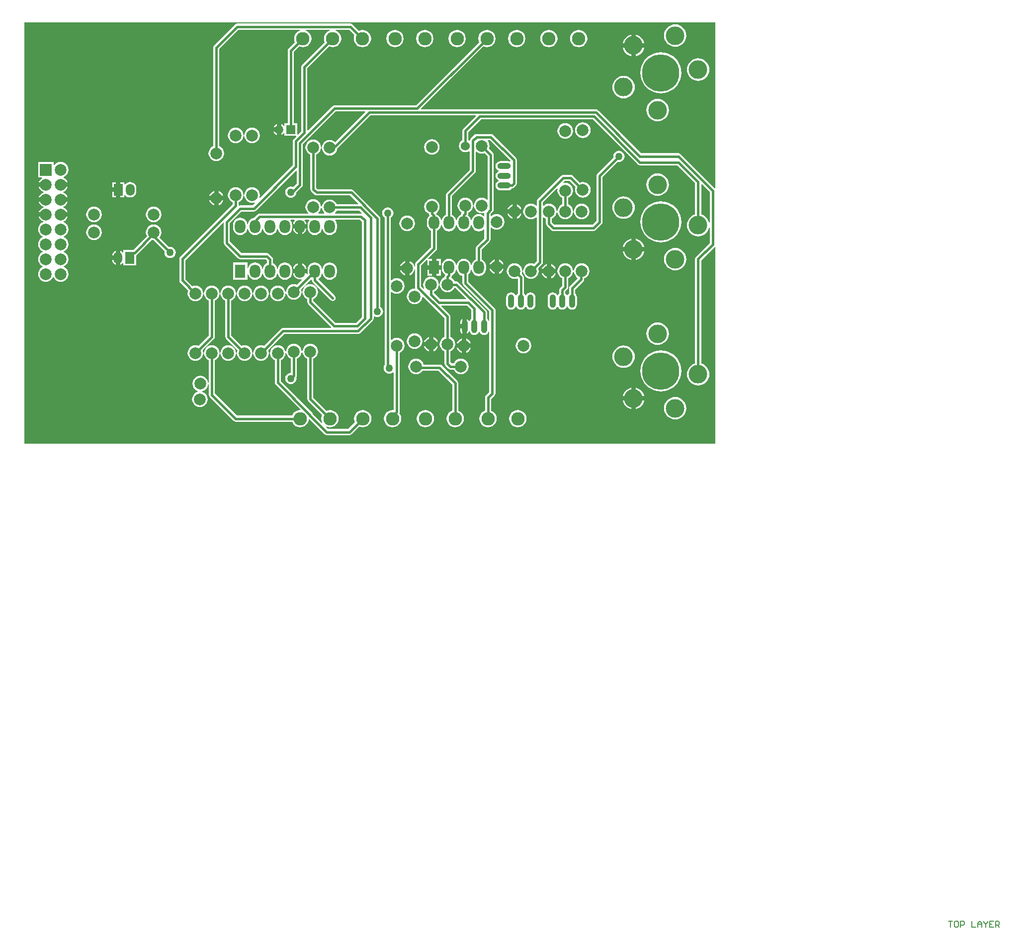
<source format=gtl>
G04*
G04 #@! TF.GenerationSoftware,Altium Limited,Altium Designer,20.0.2 (26)*
G04*
G04 Layer_Physical_Order=1*
G04 Layer_Color=255*
%FSLAX43Y43*%
%MOMM*%
G71*
G01*
G75*
%ADD14C,0.150*%
%ADD22O,1.016X2.286*%
%ADD27O,2.286X1.016*%
%ADD30C,0.381*%
%ADD31C,3.175*%
%ADD32C,6.350*%
%ADD33C,2.000*%
%ADD34C,2.286*%
%ADD35O,1.800X2.300*%
%ADD36R,1.800X2.300*%
%ADD37R,2.000X2.000*%
%ADD38C,1.500*%
%ADD39R,1.500X1.500*%
%ADD40C,1.524*%
%ADD41R,1.500X2.000*%
%ADD42O,1.500X2.000*%
%ADD43C,1.270*%
G36*
X118034Y43914D02*
X117907Y43862D01*
X112126Y49642D01*
X111958Y49755D01*
X111760Y49794D01*
X105371D01*
X98029Y57135D01*
X97861Y57248D01*
X97663Y57287D01*
X67954D01*
X67905Y57404D01*
X78511Y68010D01*
X78729Y67919D01*
X79111Y67869D01*
X79492Y67919D01*
X79847Y68066D01*
X80152Y68300D01*
X80386Y68605D01*
X80533Y68961D01*
X80584Y69342D01*
X80533Y69723D01*
X80386Y70079D01*
X80152Y70384D01*
X79847Y70618D01*
X79492Y70765D01*
X79111Y70815D01*
X78729Y70765D01*
X78374Y70618D01*
X78069Y70384D01*
X77835Y70079D01*
X77688Y69723D01*
X77637Y69342D01*
X77688Y68961D01*
X77778Y68742D01*
X67021Y57985D01*
X53150D01*
X53150Y57985D01*
X52951Y57946D01*
X52783Y57834D01*
X48641Y53692D01*
X48524Y53740D01*
Y64301D01*
X52232Y68010D01*
X52451Y67919D01*
X52832Y67869D01*
X53213Y67919D01*
X53569Y68066D01*
X53874Y68300D01*
X54108Y68605D01*
X54255Y68961D01*
X54305Y69342D01*
X54255Y69723D01*
X54108Y70079D01*
X53874Y70384D01*
X53569Y70618D01*
X53300Y70729D01*
X53325Y70856D01*
X55665D01*
X56580Y69942D01*
X56489Y69723D01*
X56439Y69342D01*
X56489Y68961D01*
X56636Y68605D01*
X56870Y68300D01*
X57175Y68066D01*
X57531Y67919D01*
X57912Y67869D01*
X58293Y67919D01*
X58649Y68066D01*
X58954Y68300D01*
X59188Y68605D01*
X59335Y68961D01*
X59385Y69342D01*
X59335Y69723D01*
X59188Y70079D01*
X58954Y70384D01*
X58649Y70618D01*
X58293Y70765D01*
X57912Y70815D01*
X57531Y70765D01*
X57312Y70674D01*
X56246Y71740D01*
X56078Y71853D01*
X55880Y71892D01*
X36576D01*
X36378Y71853D01*
X36210Y71740D01*
X32654Y68184D01*
X32541Y68016D01*
X32502Y67818D01*
Y50996D01*
X32356Y50935D01*
X32080Y50724D01*
X31869Y50448D01*
X31736Y50128D01*
X31691Y49784D01*
X31736Y49440D01*
X31869Y49120D01*
X32080Y48844D01*
X32356Y48633D01*
X32676Y48500D01*
X33020Y48455D01*
X33364Y48500D01*
X33684Y48633D01*
X33960Y48844D01*
X34171Y49120D01*
X34304Y49440D01*
X34349Y49784D01*
X34304Y50128D01*
X34171Y50448D01*
X33960Y50724D01*
X33684Y50935D01*
X33538Y50996D01*
Y67603D01*
X36791Y70856D01*
X47259D01*
X47284Y70729D01*
X47015Y70618D01*
X46710Y70384D01*
X46476Y70079D01*
X46329Y69723D01*
X46279Y69342D01*
X46329Y68961D01*
X46420Y68742D01*
X45338Y67660D01*
X45225Y67492D01*
X45186Y67294D01*
Y54915D01*
X44637D01*
Y54491D01*
X44509Y54447D01*
X44420Y54564D01*
X44210Y54725D01*
X44085Y54777D01*
Y53848D01*
Y52919D01*
X44210Y52971D01*
X44420Y53132D01*
X44509Y53248D01*
X44637Y53205D01*
Y52780D01*
X46576D01*
X46625Y52663D01*
X46179Y52218D01*
X46067Y52050D01*
X46028Y51851D01*
Y47739D01*
X40481Y42192D01*
X40373Y42264D01*
X40400Y42328D01*
X40445Y42672D01*
X40400Y43016D01*
X40267Y43336D01*
X40056Y43612D01*
X39780Y43823D01*
X39460Y43956D01*
X39116Y44001D01*
X38772Y43956D01*
X38452Y43823D01*
X38176Y43612D01*
X37965Y43336D01*
X37832Y43016D01*
X37787Y42672D01*
X37832Y42328D01*
X37965Y42008D01*
X38176Y41732D01*
X38452Y41521D01*
X38772Y41388D01*
X39116Y41343D01*
X39460Y41388D01*
X39524Y41415D01*
X39596Y41307D01*
X39193Y40904D01*
X37084D01*
X36962Y40880D01*
X36960Y40880D01*
X36840Y40975D01*
X36840Y40975D01*
Y41460D01*
X36986Y41521D01*
X37262Y41732D01*
X37473Y42008D01*
X37606Y42328D01*
X37651Y42672D01*
X37606Y43016D01*
X37473Y43336D01*
X37262Y43612D01*
X36986Y43823D01*
X36666Y43956D01*
X36322Y44001D01*
X35978Y43956D01*
X35658Y43823D01*
X35382Y43612D01*
X35171Y43336D01*
X35038Y43016D01*
X34993Y42672D01*
X35038Y42328D01*
X35171Y42008D01*
X35382Y41732D01*
X35658Y41521D01*
X35804Y41460D01*
Y41109D01*
X26863Y32167D01*
X26750Y31999D01*
X26711Y31801D01*
Y28143D01*
X26750Y27945D01*
X26863Y27777D01*
X28241Y26398D01*
X28180Y26252D01*
X28135Y25908D01*
X28180Y25564D01*
X28313Y25244D01*
X28524Y24968D01*
X28800Y24757D01*
X29120Y24624D01*
X29464Y24579D01*
X29808Y24624D01*
X30128Y24757D01*
X30404Y24968D01*
X30615Y25244D01*
X30748Y25564D01*
X30793Y25908D01*
X30748Y26252D01*
X30615Y26572D01*
X30404Y26848D01*
X30128Y27059D01*
X29808Y27192D01*
X29464Y27237D01*
X29120Y27192D01*
X28974Y27131D01*
X27747Y28358D01*
Y31586D01*
X34153Y37993D01*
X34280Y37940D01*
Y34544D01*
X34319Y34346D01*
X34432Y34178D01*
X36718Y31892D01*
X36886Y31779D01*
X37084Y31740D01*
X41441D01*
X41646Y31535D01*
Y31071D01*
X41550Y31031D01*
X41296Y30836D01*
X41101Y30582D01*
X40978Y30286D01*
X40958Y30135D01*
X40830D01*
X40810Y30286D01*
X40687Y30582D01*
X40492Y30836D01*
X40238Y31031D01*
X39942Y31154D01*
X39624Y31196D01*
X39306Y31154D01*
X39010Y31031D01*
X38756Y30836D01*
X38561Y30582D01*
X38438Y30286D01*
X38429Y30215D01*
X38301Y30223D01*
Y31185D01*
X35867D01*
Y28250D01*
X38301D01*
Y29213D01*
X38429Y29221D01*
X38438Y29150D01*
X38561Y28854D01*
X38756Y28600D01*
X39010Y28405D01*
X39306Y28282D01*
X39624Y28240D01*
X39942Y28282D01*
X40238Y28405D01*
X40492Y28600D01*
X40687Y28854D01*
X40810Y29150D01*
X40830Y29301D01*
X40958D01*
X40978Y29150D01*
X41101Y28854D01*
X41296Y28600D01*
X41550Y28405D01*
X41846Y28282D01*
X42164Y28240D01*
X42482Y28282D01*
X42778Y28405D01*
X43032Y28600D01*
X43227Y28854D01*
X43350Y29150D01*
X43370Y29301D01*
X43498D01*
X43518Y29150D01*
X43641Y28854D01*
X43836Y28600D01*
X44090Y28405D01*
X44386Y28282D01*
X44704Y28240D01*
X45022Y28282D01*
X45318Y28405D01*
X45572Y28600D01*
X45767Y28854D01*
X45890Y29150D01*
X45932Y29468D01*
Y29968D01*
X45890Y30286D01*
X45767Y30582D01*
X45572Y30836D01*
X45318Y31031D01*
X45022Y31154D01*
X44704Y31196D01*
X44386Y31154D01*
X44090Y31031D01*
X43836Y30836D01*
X43641Y30582D01*
X43518Y30286D01*
X43498Y30135D01*
X43370D01*
X43350Y30286D01*
X43227Y30582D01*
X43032Y30836D01*
X42778Y31031D01*
X42682Y31071D01*
Y31750D01*
X42643Y31948D01*
X42530Y32116D01*
X42022Y32624D01*
X41854Y32737D01*
X41656Y32776D01*
X37299D01*
X35316Y34759D01*
Y37885D01*
X37299Y39868D01*
X39407D01*
X39605Y39907D01*
X39774Y40020D01*
X46609Y46855D01*
X46726Y46806D01*
Y44665D01*
X46111Y44049D01*
X45969Y44108D01*
X45720Y44141D01*
X45471Y44108D01*
X45240Y44012D01*
X45041Y43859D01*
X44888Y43660D01*
X44792Y43429D01*
X44759Y43180D01*
X44792Y42931D01*
X44888Y42700D01*
X45041Y42501D01*
X45240Y42348D01*
X45471Y42252D01*
X45720Y42219D01*
X45969Y42252D01*
X46200Y42348D01*
X46399Y42501D01*
X46552Y42700D01*
X46648Y42931D01*
X46677Y43150D01*
X47610Y44084D01*
X47723Y44252D01*
X47762Y44450D01*
Y51347D01*
X53364Y56950D01*
X58337D01*
X58386Y56832D01*
X53242Y51688D01*
X52988Y51883D01*
X52668Y52015D01*
X52324Y52061D01*
X51980Y52015D01*
X51660Y51883D01*
X51384Y51672D01*
X51173Y51396D01*
X51040Y51076D01*
X50995Y50732D01*
X51040Y50388D01*
X51173Y50067D01*
X51384Y49792D01*
X51660Y49581D01*
X51980Y49448D01*
X52324Y49403D01*
X52668Y49448D01*
X52988Y49581D01*
X53264Y49792D01*
X53475Y50067D01*
X53608Y50388D01*
X53641Y50640D01*
X53694Y50675D01*
X59270Y56251D01*
X77166D01*
X77214Y56134D01*
X75072Y53991D01*
X74959Y53823D01*
X74920Y53625D01*
Y52008D01*
X74894Y51997D01*
X74668Y51824D01*
X74495Y51598D01*
X74386Y51336D01*
X74349Y51054D01*
X74386Y50772D01*
X74495Y50510D01*
X74668Y50284D01*
X74894Y50111D01*
X75156Y50002D01*
X75438Y49965D01*
X75720Y50002D01*
X75982Y50111D01*
X76076Y50183D01*
X76190Y50127D01*
Y46993D01*
X72278Y43080D01*
X72165Y42912D01*
X72126Y42714D01*
Y39326D01*
X72030Y39286D01*
X71776Y39091D01*
X71581Y38837D01*
X71458Y38541D01*
X71438Y38390D01*
X71310D01*
X71290Y38541D01*
X71167Y38837D01*
X70972Y39091D01*
X70718Y39286D01*
X70572Y39347D01*
X70470Y39499D01*
X70468Y39501D01*
X70476Y39628D01*
X70663Y39771D01*
X70874Y40046D01*
X71007Y40367D01*
X71052Y40711D01*
X71007Y41055D01*
X70874Y41375D01*
X70663Y41650D01*
X70387Y41861D01*
X70067Y41994D01*
X69723Y42039D01*
X69379Y41994D01*
X69059Y41861D01*
X68783Y41650D01*
X68572Y41375D01*
X68439Y41055D01*
X68394Y40711D01*
X68439Y40367D01*
X68572Y40046D01*
X68783Y39771D01*
X69059Y39560D01*
X69208Y39498D01*
X69244Y39315D01*
X69340Y39172D01*
X69236Y39091D01*
X69041Y38837D01*
X68918Y38541D01*
X68876Y38223D01*
Y37723D01*
X68918Y37405D01*
X69041Y37109D01*
X69236Y36855D01*
X69490Y36660D01*
X69586Y36620D01*
Y33810D01*
X67045Y31269D01*
X66933Y31101D01*
X66894Y30903D01*
Y30464D01*
X66767Y30455D01*
X66754Y30553D01*
X66627Y30858D01*
X66426Y31120D01*
X66164Y31321D01*
X65913Y31426D01*
Y30226D01*
Y29027D01*
X66164Y29131D01*
X66426Y29332D01*
X66627Y29594D01*
X66754Y29899D01*
X66767Y29997D01*
X66894Y29988D01*
Y26923D01*
X66910Y26843D01*
X66803Y26729D01*
X66802Y26729D01*
X66458Y26684D01*
X66138Y26551D01*
X65862Y26340D01*
X65651Y26064D01*
X65518Y25744D01*
X65473Y25400D01*
X65518Y25056D01*
X65651Y24736D01*
X65862Y24460D01*
X66138Y24249D01*
X66458Y24116D01*
X66802Y24071D01*
X67146Y24116D01*
X67466Y24249D01*
X67742Y24460D01*
X67953Y24736D01*
X68086Y25056D01*
X68118Y25304D01*
X68252Y25350D01*
X71872Y21730D01*
Y18484D01*
X71726Y18423D01*
X71450Y18212D01*
X71239Y17936D01*
X71106Y17616D01*
X71061Y17272D01*
X71106Y16928D01*
X71239Y16608D01*
X71450Y16332D01*
X71726Y16121D01*
X71872Y16060D01*
Y13970D01*
X71911Y13772D01*
X72024Y13604D01*
X72532Y13096D01*
X72700Y12983D01*
X72898Y12944D01*
X73465D01*
X73525Y12798D01*
X73736Y12522D01*
X74012Y12311D01*
X74332Y12178D01*
X74676Y12133D01*
X75020Y12178D01*
X75340Y12311D01*
X75616Y12522D01*
X75827Y12798D01*
X75960Y13118D01*
X76005Y13462D01*
X75960Y13806D01*
X75827Y14126D01*
X75616Y14402D01*
X75340Y14613D01*
X75020Y14746D01*
X74676Y14791D01*
X74332Y14746D01*
X74012Y14613D01*
X73736Y14402D01*
X73525Y14126D01*
X73465Y13980D01*
X73113D01*
X72908Y14185D01*
Y16060D01*
X73054Y16121D01*
X73330Y16332D01*
X73541Y16608D01*
X73674Y16928D01*
X73719Y17272D01*
X73674Y17616D01*
X73541Y17936D01*
X73330Y18212D01*
X73054Y18423D01*
X72908Y18484D01*
Y21945D01*
X72908Y21945D01*
X72869Y22143D01*
X72756Y22311D01*
X71318Y23749D01*
X71367Y23866D01*
X75731D01*
X76444Y23153D01*
Y21598D01*
X76373Y21544D01*
X76241Y21371D01*
X76171Y21202D01*
X76068Y21189D01*
X76036Y21195D01*
X75977Y21339D01*
X75854Y21498D01*
X75695Y21621D01*
X75692Y21622D01*
Y20320D01*
Y19018D01*
X75695Y19019D01*
X75854Y19142D01*
X75977Y19301D01*
X76036Y19445D01*
X76068Y19451D01*
X76171Y19438D01*
X76241Y19269D01*
X76373Y19096D01*
X76546Y18964D01*
X76746Y18881D01*
X76962Y18852D01*
X77177Y18881D01*
X77378Y18964D01*
X77551Y19096D01*
X77683Y19269D01*
X77719Y19355D01*
X77856D01*
X77892Y19269D01*
X78024Y19096D01*
X78197Y18964D01*
X78397Y18881D01*
X78613Y18852D01*
X78828Y18881D01*
X79029Y18964D01*
X79202Y19096D01*
X79334Y19269D01*
X79391Y19406D01*
X79518Y19380D01*
Y9105D01*
X78933Y8520D01*
X78821Y8352D01*
X78782Y8154D01*
Y5938D01*
X78563Y5848D01*
X78258Y5614D01*
X78024Y5309D01*
X77877Y4953D01*
X77826Y4572D01*
X77877Y4191D01*
X78024Y3835D01*
X78258Y3530D01*
X78563Y3296D01*
X78918Y3149D01*
X79300Y3099D01*
X79681Y3149D01*
X80036Y3296D01*
X80341Y3530D01*
X80575Y3835D01*
X80722Y4191D01*
X80773Y4572D01*
X80722Y4953D01*
X80575Y5309D01*
X80341Y5614D01*
X80036Y5848D01*
X79818Y5938D01*
Y7939D01*
X80402Y8524D01*
X80514Y8692D01*
X80554Y8890D01*
Y23088D01*
X80554Y23088D01*
X80514Y23286D01*
X80402Y23454D01*
X75956Y27901D01*
Y29161D01*
X76052Y29235D01*
X76247Y29489D01*
X76370Y29785D01*
X76390Y29935D01*
X76518D01*
X76538Y29785D01*
X76661Y29489D01*
X76856Y29235D01*
X77110Y29040D01*
X77406Y28917D01*
X77724Y28875D01*
X78042Y28917D01*
X78338Y29040D01*
X78592Y29235D01*
X78787Y29489D01*
X78910Y29785D01*
X78952Y30103D01*
Y30603D01*
X78910Y30921D01*
X78787Y31217D01*
X78592Y31471D01*
X78338Y31666D01*
X78242Y31706D01*
Y33406D01*
X79563Y34728D01*
X79676Y34896D01*
X79715Y35094D01*
Y37121D01*
X79769Y37139D01*
X79842Y37153D01*
X80108Y36949D01*
X80428Y36816D01*
X80772Y36771D01*
X81116Y36816D01*
X81436Y36949D01*
X81712Y37160D01*
X81923Y37436D01*
X82056Y37756D01*
X82101Y38100D01*
X82056Y38444D01*
X81923Y38764D01*
X81712Y39040D01*
X81436Y39251D01*
X81116Y39384D01*
X80772Y39429D01*
X80428Y39384D01*
X80108Y39251D01*
X79842Y39047D01*
X79769Y39061D01*
X79715Y39079D01*
Y39401D01*
X80122Y39808D01*
X80235Y39976D01*
X80274Y40174D01*
Y49530D01*
X80235Y49728D01*
X80122Y49896D01*
X79455Y50564D01*
X79516Y50710D01*
X79561Y51054D01*
X79516Y51398D01*
X79383Y51718D01*
X79225Y51924D01*
X79288Y52051D01*
X79567D01*
X83089Y48529D01*
X83083Y48488D01*
X82942Y48409D01*
X82893Y48429D01*
X82677Y48458D01*
X81407D01*
X81191Y48429D01*
X80991Y48346D01*
X80818Y48214D01*
X80686Y48041D01*
X80603Y47840D01*
X80574Y47625D01*
X80603Y47410D01*
X80686Y47209D01*
X80818Y47036D01*
X80991Y46904D01*
X81077Y46868D01*
Y46731D01*
X80991Y46695D01*
X80818Y46563D01*
X80686Y46390D01*
X80603Y46189D01*
X80574Y45974D01*
X80603Y45758D01*
X80686Y45558D01*
X80818Y45385D01*
X80991Y45253D01*
X81077Y45217D01*
Y45080D01*
X80991Y45044D01*
X80818Y44912D01*
X80686Y44739D01*
X80603Y44539D01*
X80574Y44323D01*
X80603Y44107D01*
X80686Y43907D01*
X80818Y43734D01*
X80991Y43602D01*
X81191Y43519D01*
X81407Y43490D01*
X82677D01*
X82893Y43519D01*
X83093Y43602D01*
X83266Y43734D01*
X83320Y43805D01*
X83376D01*
X83574Y43844D01*
X83742Y43957D01*
X84059Y44274D01*
X84172Y44442D01*
X84211Y44640D01*
Y48658D01*
X84172Y48856D01*
X84059Y49024D01*
X80148Y52935D01*
X79980Y53048D01*
X79781Y53087D01*
X77343D01*
X77145Y53048D01*
X76977Y52935D01*
X76342Y52300D01*
X76229Y52132D01*
X76201Y51989D01*
X76072Y51929D01*
X75982Y51997D01*
X75956Y52008D01*
Y53410D01*
X78098Y55553D01*
X97159D01*
X104818Y47894D01*
X104986Y47781D01*
X105184Y47742D01*
X111545D01*
X114572Y44715D01*
Y39375D01*
X114357Y39310D01*
X114027Y39133D01*
X113736Y38895D01*
X113498Y38605D01*
X113322Y38274D01*
X113213Y37915D01*
X113176Y37541D01*
X113213Y37168D01*
X113322Y36809D01*
X113498Y36478D01*
X113736Y36188D01*
X114027Y35950D01*
X114357Y35773D01*
X114717Y35664D01*
X115090Y35627D01*
X115463Y35664D01*
X115823Y35773D01*
X116154Y35950D01*
X116444Y36188D01*
X116682Y36478D01*
X116859Y36809D01*
X116957Y37133D01*
X117084Y37115D01*
Y34505D01*
X114724Y32144D01*
X114612Y31976D01*
X114572Y31778D01*
Y13975D01*
X114357Y13910D01*
X114027Y13733D01*
X113736Y13495D01*
X113498Y13205D01*
X113322Y12874D01*
X113213Y12515D01*
X113176Y12141D01*
X113213Y11768D01*
X113322Y11409D01*
X113498Y11078D01*
X113736Y10788D01*
X114027Y10550D01*
X114357Y10373D01*
X114717Y10264D01*
X115090Y10227D01*
X115463Y10264D01*
X115823Y10373D01*
X116154Y10550D01*
X116444Y10788D01*
X116682Y11078D01*
X116859Y11409D01*
X116967Y11768D01*
X117004Y12141D01*
X116967Y12515D01*
X116859Y12874D01*
X116682Y13205D01*
X116444Y13495D01*
X116154Y13733D01*
X115823Y13910D01*
X115608Y13975D01*
Y31563D01*
X117907Y33862D01*
X118034Y33810D01*
X118034Y330D01*
X330D01*
Y72060D01*
X118034D01*
X118034Y43914D01*
D02*
G37*
G36*
X52364Y70729D02*
X52095Y70618D01*
X51790Y70384D01*
X51556Y70079D01*
X51409Y69723D01*
X51359Y69342D01*
X51409Y68961D01*
X51500Y68742D01*
X47640Y64882D01*
X47527Y64714D01*
X47488Y64516D01*
Y53526D01*
X46889Y52927D01*
X46771Y52976D01*
Y54915D01*
X46222D01*
Y67079D01*
X47152Y68010D01*
X47371Y67919D01*
X47752Y67869D01*
X48133Y67919D01*
X48489Y68066D01*
X48794Y68300D01*
X49028Y68605D01*
X49175Y68961D01*
X49225Y69342D01*
X49175Y69723D01*
X49028Y70079D01*
X48794Y70384D01*
X48489Y70618D01*
X48220Y70729D01*
X48245Y70856D01*
X52339D01*
X52364Y70729D01*
D02*
G37*
G36*
X77568Y49903D02*
X77888Y49770D01*
X78232Y49725D01*
X78576Y49770D01*
X78722Y49831D01*
X79238Y49315D01*
Y41943D01*
X79111Y41880D01*
X78896Y42045D01*
X78576Y42178D01*
X78232Y42223D01*
X77888Y42178D01*
X77568Y42045D01*
X77292Y41834D01*
X77081Y41558D01*
X76948Y41238D01*
X76903Y40894D01*
X76948Y40550D01*
X77081Y40230D01*
X77292Y39954D01*
X77568Y39743D01*
X77888Y39610D01*
X78232Y39565D01*
X78552Y39607D01*
X78613Y39576D01*
X78679Y39516D01*
Y39175D01*
X78552Y39122D01*
X78338Y39286D01*
X78042Y39409D01*
X77724Y39451D01*
X77406Y39409D01*
X77110Y39286D01*
X76856Y39091D01*
X76661Y38837D01*
X76538Y38541D01*
X76518Y38390D01*
X76390D01*
X76370Y38541D01*
X76247Y38837D01*
X76052Y39091D01*
X75852Y39245D01*
X75917Y39341D01*
X75956Y39539D01*
Y39682D01*
X76102Y39743D01*
X76378Y39954D01*
X76589Y40230D01*
X76722Y40550D01*
X76767Y40894D01*
X76722Y41238D01*
X76589Y41558D01*
X76378Y41834D01*
X76102Y42045D01*
X75782Y42178D01*
X75438Y42223D01*
X75094Y42178D01*
X74774Y42045D01*
X74498Y41834D01*
X74287Y41558D01*
X74154Y41238D01*
X74109Y40894D01*
X74154Y40550D01*
X74287Y40230D01*
X74498Y39954D01*
X74749Y39762D01*
X74775Y39720D01*
X74784Y39601D01*
X74705Y39483D01*
X74675Y39330D01*
X74570Y39286D01*
X74316Y39091D01*
X74121Y38837D01*
X73998Y38541D01*
X73978Y38390D01*
X73850D01*
X73830Y38541D01*
X73707Y38837D01*
X73512Y39091D01*
X73258Y39286D01*
X73162Y39326D01*
Y42499D01*
X77074Y46412D01*
X77187Y46580D01*
X77226Y46778D01*
Y50005D01*
X77353Y50068D01*
X77568Y49903D01*
D02*
G37*
G36*
X117084Y43219D02*
Y37968D01*
X116957Y37949D01*
X116859Y38274D01*
X116682Y38605D01*
X116444Y38895D01*
X116154Y39133D01*
X115823Y39310D01*
X115608Y39375D01*
Y44530D01*
X115725Y44578D01*
X117084Y43219D01*
D02*
G37*
G36*
X73998Y37405D02*
X74121Y37109D01*
X74316Y36855D01*
X74570Y36660D01*
X74866Y36537D01*
X75184Y36495D01*
X75502Y36537D01*
X75798Y36660D01*
X76052Y36855D01*
X76247Y37109D01*
X76370Y37405D01*
X76390Y37556D01*
X76518D01*
X76538Y37405D01*
X76661Y37109D01*
X76856Y36855D01*
X77110Y36660D01*
X77406Y36537D01*
X77724Y36495D01*
X78042Y36537D01*
X78338Y36660D01*
X78552Y36824D01*
X78679Y36771D01*
Y35309D01*
X77358Y33987D01*
X77245Y33819D01*
X77206Y33621D01*
Y31706D01*
X77110Y31666D01*
X76856Y31471D01*
X76661Y31217D01*
X76538Y30921D01*
X76518Y30771D01*
X76390D01*
X76370Y30921D01*
X76247Y31217D01*
X76052Y31471D01*
X75798Y31666D01*
X75502Y31789D01*
X75184Y31831D01*
X74866Y31789D01*
X74570Y31666D01*
X74316Y31471D01*
X74121Y31217D01*
X73998Y30921D01*
X73978Y30771D01*
X73850D01*
X73830Y30921D01*
X73707Y31217D01*
X73512Y31471D01*
X73258Y31666D01*
X72962Y31789D01*
X72644Y31831D01*
X72326Y31789D01*
X72030Y31666D01*
X71776Y31471D01*
X71581Y31217D01*
X71458Y30921D01*
X71416Y30603D01*
Y30103D01*
X71458Y29785D01*
X71581Y29489D01*
X71776Y29235D01*
X71995Y29067D01*
X71911Y28942D01*
X71872Y28744D01*
Y28644D01*
X71726Y28583D01*
X71450Y28372D01*
X71239Y28096D01*
X71106Y27776D01*
X71061Y27432D01*
X71106Y27088D01*
X71239Y26768D01*
X71450Y26492D01*
X71726Y26281D01*
X72046Y26148D01*
X72390Y26103D01*
X72734Y26148D01*
X73054Y26281D01*
X73330Y26492D01*
X73541Y26768D01*
X73587Y26879D01*
X73719Y26895D01*
X75594Y25019D01*
X75546Y24902D01*
X71153D01*
X70114Y25941D01*
Y26220D01*
X70260Y26281D01*
X70536Y26492D01*
X70747Y26768D01*
X70880Y27088D01*
X70925Y27432D01*
X70880Y27776D01*
X70747Y28096D01*
X70536Y28372D01*
X70260Y28583D01*
X69940Y28716D01*
X69596Y28761D01*
X69252Y28716D01*
X68932Y28583D01*
X68656Y28372D01*
X68445Y28096D01*
X68312Y27776D01*
X68267Y27432D01*
X68312Y27088D01*
X68421Y26826D01*
X68313Y26754D01*
X67930Y27138D01*
Y30688D01*
X68833Y31592D01*
X68950Y31543D01*
Y30734D01*
X69723D01*
Y31757D01*
X69164D01*
X69115Y31874D01*
X70470Y33229D01*
X70583Y33397D01*
X70622Y33595D01*
Y36620D01*
X70718Y36660D01*
X70972Y36855D01*
X71167Y37109D01*
X71290Y37405D01*
X71310Y37556D01*
X71438D01*
X71458Y37405D01*
X71581Y37109D01*
X71776Y36855D01*
X72030Y36660D01*
X72326Y36537D01*
X72644Y36495D01*
X72962Y36537D01*
X73258Y36660D01*
X73512Y36855D01*
X73707Y37109D01*
X73830Y37405D01*
X73850Y37556D01*
X73978D01*
X73998Y37405D01*
D02*
G37*
G36*
Y29785D02*
X74121Y29489D01*
X74316Y29235D01*
X74570Y29040D01*
X74866Y28917D01*
X74920Y28910D01*
Y27686D01*
X74959Y27488D01*
X75072Y27320D01*
X79518Y22874D01*
Y21260D01*
X79391Y21234D01*
X79334Y21371D01*
X79202Y21544D01*
X79131Y21598D01*
Y22733D01*
X79092Y22931D01*
X78979Y23099D01*
X74280Y27798D01*
X74112Y27911D01*
X73914Y27950D01*
X73602D01*
X73541Y28096D01*
X73330Y28372D01*
X73102Y28546D01*
X73055Y28590D01*
X73066Y28715D01*
X73123Y28800D01*
X73162Y28998D01*
Y29000D01*
X73258Y29040D01*
X73512Y29235D01*
X73707Y29489D01*
X73830Y29785D01*
X73850Y29935D01*
X73978D01*
X73998Y29785D01*
D02*
G37*
%LPC*%
G36*
X104453Y69977D02*
Y68549D01*
X105880D01*
X105781Y68877D01*
X105610Y69197D01*
X105380Y69477D01*
X105100Y69707D01*
X104780Y69878D01*
X104453Y69977D01*
D02*
G37*
G36*
X103691Y69977D02*
X103363Y69878D01*
X103044Y69707D01*
X102763Y69477D01*
X102533Y69197D01*
X102362Y68877D01*
X102263Y68549D01*
X103691D01*
Y69977D01*
D02*
G37*
G36*
X111178Y71764D02*
X110805Y71727D01*
X110446Y71618D01*
X110115Y71442D01*
X109825Y71204D01*
X109587Y70913D01*
X109410Y70583D01*
X109301Y70223D01*
X109264Y69850D01*
X109301Y69477D01*
X109410Y69117D01*
X109587Y68786D01*
X109825Y68496D01*
X110115Y68258D01*
X110446Y68081D01*
X110805Y67973D01*
X111178Y67936D01*
X111552Y67973D01*
X111911Y68081D01*
X112242Y68258D01*
X112532Y68496D01*
X112770Y68786D01*
X112947Y69117D01*
X113056Y69477D01*
X113093Y69850D01*
X113056Y70223D01*
X112947Y70583D01*
X112770Y70913D01*
X112532Y71204D01*
X112242Y71442D01*
X111911Y71618D01*
X111552Y71727D01*
X111178Y71764D01*
D02*
G37*
G36*
X94742Y70815D02*
X94361Y70765D01*
X94005Y70618D01*
X93700Y70384D01*
X93466Y70079D01*
X93319Y69723D01*
X93269Y69342D01*
X93319Y68961D01*
X93466Y68605D01*
X93700Y68300D01*
X94005Y68066D01*
X94361Y67919D01*
X94742Y67869D01*
X95123Y67919D01*
X95479Y68066D01*
X95784Y68300D01*
X96018Y68605D01*
X96165Y68961D01*
X96215Y69342D01*
X96165Y69723D01*
X96018Y70079D01*
X95784Y70384D01*
X95479Y70618D01*
X95123Y70765D01*
X94742Y70815D01*
D02*
G37*
G36*
X89662D02*
X89281Y70765D01*
X88925Y70618D01*
X88620Y70384D01*
X88386Y70079D01*
X88239Y69723D01*
X88189Y69342D01*
X88239Y68961D01*
X88386Y68605D01*
X88620Y68300D01*
X88925Y68066D01*
X89281Y67919D01*
X89662Y67869D01*
X90043Y67919D01*
X90399Y68066D01*
X90704Y68300D01*
X90938Y68605D01*
X91085Y68961D01*
X91135Y69342D01*
X91085Y69723D01*
X90938Y70079D01*
X90704Y70384D01*
X90399Y70618D01*
X90043Y70765D01*
X89662Y70815D01*
D02*
G37*
G36*
X84191D02*
X83809Y70765D01*
X83454Y70618D01*
X83149Y70384D01*
X82915Y70079D01*
X82768Y69723D01*
X82717Y69342D01*
X82768Y68961D01*
X82915Y68605D01*
X83149Y68300D01*
X83454Y68066D01*
X83809Y67919D01*
X84191Y67869D01*
X84572Y67919D01*
X84927Y68066D01*
X85232Y68300D01*
X85466Y68605D01*
X85613Y68961D01*
X85664Y69342D01*
X85613Y69723D01*
X85466Y70079D01*
X85232Y70384D01*
X84927Y70618D01*
X84572Y70765D01*
X84191Y70815D01*
D02*
G37*
G36*
X74031D02*
X73649Y70765D01*
X73294Y70618D01*
X72989Y70384D01*
X72755Y70079D01*
X72608Y69723D01*
X72557Y69342D01*
X72608Y68961D01*
X72755Y68605D01*
X72989Y68300D01*
X73294Y68066D01*
X73649Y67919D01*
X74031Y67869D01*
X74412Y67919D01*
X74767Y68066D01*
X75072Y68300D01*
X75306Y68605D01*
X75453Y68961D01*
X75504Y69342D01*
X75453Y69723D01*
X75306Y70079D01*
X75072Y70384D01*
X74767Y70618D01*
X74412Y70765D01*
X74031Y70815D01*
D02*
G37*
G36*
X68528D02*
X68147Y70765D01*
X67792Y70618D01*
X67487Y70384D01*
X67253Y70079D01*
X67106Y69723D01*
X67055Y69342D01*
X67106Y68961D01*
X67253Y68605D01*
X67487Y68300D01*
X67792Y68066D01*
X68147Y67919D01*
X68528Y67869D01*
X68910Y67919D01*
X69265Y68066D01*
X69570Y68300D01*
X69804Y68605D01*
X69951Y68961D01*
X70002Y69342D01*
X69951Y69723D01*
X69804Y70079D01*
X69570Y70384D01*
X69265Y70618D01*
X68910Y70765D01*
X68528Y70815D01*
D02*
G37*
G36*
X63448D02*
X63067Y70765D01*
X62712Y70618D01*
X62407Y70384D01*
X62173Y70079D01*
X62026Y69723D01*
X61975Y69342D01*
X62026Y68961D01*
X62173Y68605D01*
X62407Y68300D01*
X62712Y68066D01*
X63067Y67919D01*
X63448Y67869D01*
X63830Y67919D01*
X64185Y68066D01*
X64490Y68300D01*
X64724Y68605D01*
X64871Y68961D01*
X64922Y69342D01*
X64871Y69723D01*
X64724Y70079D01*
X64490Y70384D01*
X64185Y70618D01*
X63830Y70765D01*
X63448Y70815D01*
D02*
G37*
G36*
X103691Y67787D02*
X102263D01*
X102362Y67460D01*
X102533Y67140D01*
X102763Y66860D01*
X103044Y66630D01*
X103363Y66459D01*
X103691Y66360D01*
Y67787D01*
D02*
G37*
G36*
X105880D02*
X104453D01*
Y66360D01*
X104780Y66459D01*
X105100Y66630D01*
X105380Y66860D01*
X105610Y67140D01*
X105781Y67460D01*
X105880Y67787D01*
D02*
G37*
G36*
X115090Y65973D02*
X114717Y65936D01*
X114358Y65827D01*
X114027Y65650D01*
X113737Y65412D01*
X113498Y65122D01*
X113322Y64791D01*
X113213Y64432D01*
X113176Y64059D01*
X113213Y63685D01*
X113322Y63326D01*
X113498Y62995D01*
X113737Y62705D01*
X114027Y62467D01*
X114358Y62290D01*
X114717Y62181D01*
X115090Y62145D01*
X115464Y62181D01*
X115823Y62290D01*
X116154Y62467D01*
X116444Y62705D01*
X116682Y62995D01*
X116859Y63326D01*
X116967Y63685D01*
X117004Y64059D01*
X116967Y64432D01*
X116859Y64791D01*
X116682Y65122D01*
X116444Y65412D01*
X116154Y65650D01*
X115823Y65827D01*
X115464Y65936D01*
X115090Y65973D01*
D02*
G37*
G36*
X108740Y67003D02*
X108192Y66960D01*
X107657Y66832D01*
X107150Y66621D01*
X106681Y66334D01*
X106263Y65977D01*
X105906Y65559D01*
X105619Y65090D01*
X105408Y64583D01*
X105280Y64048D01*
X105237Y63500D01*
X105280Y62952D01*
X105408Y62417D01*
X105619Y61910D01*
X105906Y61441D01*
X106263Y61023D01*
X106681Y60666D01*
X107150Y60379D01*
X107657Y60168D01*
X108192Y60040D01*
X108740Y59997D01*
X109288Y60040D01*
X109823Y60168D01*
X110331Y60379D01*
X110799Y60666D01*
X111217Y61023D01*
X111574Y61441D01*
X111862Y61910D01*
X112072Y62417D01*
X112200Y62952D01*
X112243Y63500D01*
X112200Y64048D01*
X112072Y64583D01*
X111862Y65090D01*
X111574Y65559D01*
X111217Y65977D01*
X110799Y66334D01*
X110331Y66621D01*
X109823Y66832D01*
X109288Y66960D01*
X108740Y67003D01*
D02*
G37*
G36*
X102390Y62976D02*
X102017Y62939D01*
X101658Y62830D01*
X101327Y62653D01*
X101037Y62415D01*
X100798Y62125D01*
X100622Y61794D01*
X100513Y61435D01*
X100476Y61062D01*
X100513Y60688D01*
X100622Y60329D01*
X100798Y59998D01*
X101037Y59708D01*
X101327Y59470D01*
X101658Y59293D01*
X102017Y59184D01*
X102390Y59147D01*
X102764Y59184D01*
X103123Y59293D01*
X103454Y59470D01*
X103744Y59708D01*
X103982Y59998D01*
X104159Y60329D01*
X104268Y60688D01*
X104304Y61062D01*
X104268Y61435D01*
X104159Y61794D01*
X103982Y62125D01*
X103744Y62415D01*
X103454Y62653D01*
X103123Y62830D01*
X102764Y62939D01*
X102390Y62976D01*
D02*
G37*
G36*
X108181Y59064D02*
X107808Y59027D01*
X107449Y58918D01*
X107118Y58742D01*
X106828Y58504D01*
X106590Y58213D01*
X106413Y57883D01*
X106304Y57523D01*
X106267Y57150D01*
X106304Y56777D01*
X106413Y56417D01*
X106590Y56086D01*
X106828Y55796D01*
X107118Y55558D01*
X107449Y55381D01*
X107808Y55273D01*
X108181Y55236D01*
X108555Y55273D01*
X108914Y55381D01*
X109245Y55558D01*
X109535Y55796D01*
X109773Y56086D01*
X109950Y56417D01*
X110059Y56777D01*
X110095Y57150D01*
X110059Y57523D01*
X109950Y57883D01*
X109773Y58213D01*
X109535Y58504D01*
X109245Y58742D01*
X108914Y58918D01*
X108555Y59027D01*
X108181Y59064D01*
D02*
G37*
G36*
X43323Y54777D02*
X43198Y54725D01*
X42988Y54564D01*
X42827Y54354D01*
X42775Y54229D01*
X43323D01*
Y54777D01*
D02*
G37*
G36*
Y53467D02*
X42775D01*
X42827Y53342D01*
X42988Y53132D01*
X43198Y52971D01*
X43323Y52919D01*
Y53467D01*
D02*
G37*
G36*
X95446Y55060D02*
X95102Y55015D01*
X94781Y54882D01*
X94506Y54671D01*
X94295Y54395D01*
X94162Y54075D01*
X94117Y53731D01*
X94162Y53387D01*
X94295Y53067D01*
X94506Y52791D01*
X94781Y52580D01*
X95102Y52447D01*
X95446Y52402D01*
X95789Y52447D01*
X96110Y52580D01*
X96385Y52791D01*
X96596Y53067D01*
X96729Y53387D01*
X96774Y53731D01*
X96729Y54075D01*
X96596Y54395D01*
X96385Y54671D01*
X96110Y54882D01*
X95789Y55015D01*
X95446Y55060D01*
D02*
G37*
G36*
X92456Y54923D02*
X92112Y54878D01*
X91792Y54745D01*
X91516Y54534D01*
X91305Y54258D01*
X91172Y53938D01*
X91127Y53594D01*
X91172Y53250D01*
X91305Y52930D01*
X91516Y52654D01*
X91792Y52443D01*
X92112Y52310D01*
X92456Y52265D01*
X92800Y52310D01*
X93120Y52443D01*
X93396Y52654D01*
X93607Y52930D01*
X93740Y53250D01*
X93785Y53594D01*
X93740Y53938D01*
X93607Y54258D01*
X93396Y54534D01*
X93120Y54745D01*
X92800Y54878D01*
X92456Y54923D01*
D02*
G37*
G36*
X39116Y54161D02*
X38772Y54116D01*
X38452Y53983D01*
X38176Y53772D01*
X37965Y53496D01*
X37832Y53176D01*
X37787Y52832D01*
X37832Y52488D01*
X37965Y52168D01*
X38176Y51892D01*
X38452Y51681D01*
X38772Y51548D01*
X39116Y51503D01*
X39460Y51548D01*
X39780Y51681D01*
X40056Y51892D01*
X40267Y52168D01*
X40400Y52488D01*
X40445Y52832D01*
X40400Y53176D01*
X40267Y53496D01*
X40056Y53772D01*
X39780Y53983D01*
X39460Y54116D01*
X39116Y54161D01*
D02*
G37*
G36*
X36322D02*
X35978Y54116D01*
X35658Y53983D01*
X35382Y53772D01*
X35171Y53496D01*
X35038Y53176D01*
X34993Y52832D01*
X35038Y52488D01*
X35171Y52168D01*
X35382Y51892D01*
X35658Y51681D01*
X35978Y51548D01*
X36322Y51503D01*
X36666Y51548D01*
X36986Y51681D01*
X37262Y51892D01*
X37473Y52168D01*
X37606Y52488D01*
X37651Y52832D01*
X37606Y53176D01*
X37473Y53496D01*
X37262Y53772D01*
X36986Y53983D01*
X36666Y54116D01*
X36322Y54161D01*
D02*
G37*
G36*
X69723Y52199D02*
X69379Y52154D01*
X69059Y52021D01*
X68783Y51810D01*
X68572Y51535D01*
X68439Y51215D01*
X68394Y50871D01*
X68439Y50527D01*
X68572Y50206D01*
X68783Y49931D01*
X69059Y49720D01*
X69379Y49587D01*
X69723Y49542D01*
X70067Y49587D01*
X70387Y49720D01*
X70663Y49931D01*
X70874Y50206D01*
X71007Y50527D01*
X71052Y50871D01*
X71007Y51215D01*
X70874Y51535D01*
X70663Y51810D01*
X70387Y52021D01*
X70067Y52154D01*
X69723Y52199D01*
D02*
G37*
G36*
X101600Y50237D02*
X101351Y50204D01*
X101120Y50108D01*
X100921Y49955D01*
X100768Y49756D01*
X100672Y49525D01*
X100639Y49276D01*
X100666Y49074D01*
X97932Y46340D01*
X97819Y46172D01*
X97780Y45974D01*
Y38315D01*
X97067Y37602D01*
X90608D01*
X90180Y38030D01*
Y38666D01*
X90326Y38727D01*
X90602Y38938D01*
X90813Y39214D01*
X90946Y39534D01*
X90991Y39878D01*
X90946Y40222D01*
X90813Y40542D01*
X90602Y40818D01*
X90326Y41029D01*
X90006Y41162D01*
X89662Y41207D01*
X89318Y41162D01*
X88998Y41029D01*
X88783Y40864D01*
X88656Y40927D01*
Y41433D01*
X91021Y43798D01*
X91166Y43773D01*
X91171Y43768D01*
X91127Y43434D01*
X91172Y43090D01*
X91305Y42770D01*
X91516Y42494D01*
X91792Y42283D01*
X91938Y42222D01*
Y41090D01*
X91792Y41029D01*
X91516Y40818D01*
X91305Y40542D01*
X91172Y40222D01*
X91127Y39878D01*
X91172Y39534D01*
X91305Y39214D01*
X91516Y38938D01*
X91792Y38727D01*
X92112Y38594D01*
X92456Y38549D01*
X92800Y38594D01*
X93120Y38727D01*
X93396Y38938D01*
X93607Y39214D01*
X93740Y39534D01*
X93785Y39878D01*
X93740Y40222D01*
X93607Y40542D01*
X93396Y40818D01*
X93120Y41029D01*
X92974Y41090D01*
Y42222D01*
X93120Y42283D01*
X93396Y42494D01*
X93607Y42770D01*
X93740Y43090D01*
X93785Y43434D01*
X93740Y43778D01*
X93607Y44098D01*
X93396Y44374D01*
X93120Y44585D01*
X92800Y44718D01*
X92456Y44763D01*
X92122Y44719D01*
X92117Y44724D01*
X92092Y44869D01*
X92315Y45092D01*
X93192D01*
X94223Y44061D01*
X94162Y43915D01*
X94117Y43571D01*
X94162Y43227D01*
X94295Y42907D01*
X94506Y42631D01*
X94781Y42420D01*
X95102Y42287D01*
X95446Y42242D01*
X95789Y42287D01*
X96110Y42420D01*
X96385Y42631D01*
X96596Y42907D01*
X96729Y43227D01*
X96774Y43571D01*
X96729Y43915D01*
X96596Y44235D01*
X96385Y44511D01*
X96110Y44722D01*
X95789Y44855D01*
X95446Y44900D01*
X95102Y44855D01*
X94955Y44794D01*
X93773Y45976D01*
X93605Y46088D01*
X93407Y46128D01*
X92100D01*
X91902Y46088D01*
X91734Y45976D01*
X87772Y42013D01*
X87659Y41845D01*
X87620Y41647D01*
Y40927D01*
X87493Y40864D01*
X87278Y41029D01*
X86958Y41162D01*
X86614Y41207D01*
X86270Y41162D01*
X85950Y41029D01*
X85674Y40818D01*
X85463Y40542D01*
X85330Y40222D01*
X85285Y39878D01*
X85330Y39534D01*
X85463Y39214D01*
X85674Y38938D01*
X85950Y38727D01*
X86270Y38594D01*
X86614Y38549D01*
X86958Y38594D01*
X87278Y38727D01*
X87493Y38892D01*
X87620Y38829D01*
Y31457D01*
X87104Y30941D01*
X86958Y31002D01*
X86614Y31047D01*
X86270Y31002D01*
X85950Y30869D01*
X85674Y30658D01*
X85463Y30382D01*
X85330Y30062D01*
X85285Y29718D01*
X85330Y29374D01*
X85463Y29054D01*
X85674Y28778D01*
X85950Y28567D01*
X86270Y28434D01*
X86614Y28389D01*
X86958Y28434D01*
X87278Y28567D01*
X87554Y28778D01*
X87765Y29054D01*
X87898Y29374D01*
X87943Y29718D01*
X87898Y30062D01*
X87837Y30208D01*
X88504Y30876D01*
X88617Y31044D01*
X88656Y31242D01*
Y38829D01*
X88783Y38892D01*
X88998Y38727D01*
X89144Y38666D01*
Y37815D01*
X89183Y37617D01*
X89296Y37449D01*
X90027Y36718D01*
X90195Y36605D01*
X90393Y36566D01*
X97282D01*
X97480Y36605D01*
X97648Y36718D01*
X98664Y37734D01*
X98777Y37902D01*
X98816Y38100D01*
Y45759D01*
X101398Y48342D01*
X101600Y48315D01*
X101849Y48348D01*
X102080Y48444D01*
X102279Y48597D01*
X102432Y48796D01*
X102528Y49027D01*
X102561Y49276D01*
X102528Y49525D01*
X102432Y49756D01*
X102279Y49955D01*
X102080Y50108D01*
X101849Y50204D01*
X101600Y50237D01*
D02*
G37*
G36*
X6524Y48319D02*
X6180Y48274D01*
X5860Y48141D01*
X5584Y47930D01*
X5428Y47727D01*
X5301Y47770D01*
Y48307D01*
X2666D01*
Y45672D01*
X3327D01*
X3352Y45545D01*
X3352Y45545D01*
X3090Y45344D01*
X2889Y45082D01*
X2784Y44831D01*
X3984D01*
Y44069D01*
X2784D01*
X2889Y43818D01*
X3090Y43556D01*
X3352Y43355D01*
X3607Y43249D01*
Y43111D01*
X3352Y43005D01*
X3090Y42804D01*
X2889Y42542D01*
X2784Y42291D01*
X3984D01*
Y41529D01*
X2784D01*
X2889Y41278D01*
X3090Y41016D01*
X3352Y40815D01*
X3607Y40709D01*
Y40571D01*
X3352Y40465D01*
X3090Y40264D01*
X2889Y40002D01*
X2784Y39751D01*
X3984D01*
Y38989D01*
X2784D01*
X2889Y38738D01*
X3090Y38476D01*
X3352Y38275D01*
X3524Y38203D01*
Y38066D01*
X3320Y37981D01*
X3044Y37770D01*
X2833Y37494D01*
X2700Y37174D01*
X2655Y36830D01*
X2700Y36486D01*
X2833Y36166D01*
X3044Y35890D01*
X3320Y35679D01*
X3454Y35623D01*
Y35496D01*
X3320Y35441D01*
X3044Y35230D01*
X2833Y34954D01*
X2700Y34634D01*
X2655Y34290D01*
X2700Y33946D01*
X2833Y33626D01*
X3044Y33350D01*
X3320Y33139D01*
X3454Y33083D01*
Y32956D01*
X3320Y32901D01*
X3044Y32690D01*
X2833Y32414D01*
X2700Y32094D01*
X2655Y31750D01*
X2700Y31406D01*
X2833Y31086D01*
X3044Y30810D01*
X3320Y30599D01*
X3454Y30543D01*
Y30416D01*
X3320Y30361D01*
X3044Y30150D01*
X2833Y29874D01*
X2700Y29554D01*
X2655Y29210D01*
X2700Y28866D01*
X2833Y28546D01*
X3044Y28270D01*
X3320Y28059D01*
X3640Y27926D01*
X3984Y27881D01*
X4328Y27926D01*
X4648Y28059D01*
X4924Y28270D01*
X5135Y28546D01*
X5190Y28680D01*
X5317D01*
X5373Y28546D01*
X5584Y28270D01*
X5860Y28059D01*
X6180Y27926D01*
X6524Y27881D01*
X6868Y27926D01*
X7188Y28059D01*
X7464Y28270D01*
X7675Y28546D01*
X7808Y28866D01*
X7853Y29210D01*
X7808Y29554D01*
X7675Y29874D01*
X7464Y30150D01*
X7188Y30361D01*
X7054Y30416D01*
Y30543D01*
X7188Y30599D01*
X7464Y30810D01*
X7675Y31086D01*
X7808Y31406D01*
X7853Y31750D01*
X7808Y32094D01*
X7675Y32414D01*
X7464Y32690D01*
X7188Y32901D01*
X7054Y32956D01*
Y33083D01*
X7188Y33139D01*
X7464Y33350D01*
X7675Y33626D01*
X7808Y33946D01*
X7853Y34290D01*
X7808Y34634D01*
X7675Y34954D01*
X7464Y35230D01*
X7188Y35441D01*
X7054Y35496D01*
Y35623D01*
X7188Y35679D01*
X7464Y35890D01*
X7675Y36166D01*
X7808Y36486D01*
X7853Y36830D01*
X7808Y37174D01*
X7675Y37494D01*
X7464Y37770D01*
X7188Y37981D01*
X6984Y38066D01*
Y38203D01*
X7156Y38275D01*
X7418Y38476D01*
X7619Y38738D01*
X7723Y38989D01*
X6524D01*
Y39751D01*
X7723D01*
X7619Y40002D01*
X7418Y40264D01*
X7156Y40465D01*
X6901Y40571D01*
Y40709D01*
X7156Y40815D01*
X7418Y41016D01*
X7619Y41278D01*
X7723Y41529D01*
X6524D01*
Y42291D01*
X7723D01*
X7619Y42542D01*
X7418Y42804D01*
X7156Y43005D01*
X6901Y43111D01*
Y43249D01*
X7156Y43355D01*
X7418Y43556D01*
X7619Y43818D01*
X7723Y44069D01*
X6524D01*
Y44831D01*
X7723D01*
X7619Y45082D01*
X7418Y45344D01*
X7156Y45545D01*
X6984Y45617D01*
Y45754D01*
X7188Y45839D01*
X7464Y46050D01*
X7675Y46326D01*
X7808Y46646D01*
X7853Y46990D01*
X7808Y47334D01*
X7675Y47654D01*
X7464Y47930D01*
X7188Y48141D01*
X6868Y48274D01*
X6524Y48319D01*
D02*
G37*
G36*
X18321Y44914D02*
X18042Y44878D01*
X17782Y44770D01*
X17559Y44599D01*
X17452Y44459D01*
X17325Y44502D01*
Y44842D01*
X16702D01*
Y43588D01*
Y42334D01*
X17325D01*
Y42673D01*
X17452Y42716D01*
X17559Y42576D01*
X17782Y42405D01*
X18042Y42298D01*
X18321Y42261D01*
X18599Y42298D01*
X18859Y42405D01*
X19082Y42576D01*
X19253Y42799D01*
X19361Y43059D01*
X19397Y43338D01*
Y43838D01*
X19361Y44116D01*
X19253Y44376D01*
X19082Y44599D01*
X18859Y44770D01*
X18599Y44878D01*
X18321Y44914D01*
D02*
G37*
G36*
X15940Y44842D02*
X15317D01*
Y43969D01*
X15940D01*
Y44842D01*
D02*
G37*
G36*
X33401Y43363D02*
Y42545D01*
X34220D01*
X34115Y42796D01*
X33914Y43058D01*
X33652Y43259D01*
X33401Y43363D01*
D02*
G37*
G36*
X32639Y43364D02*
X32388Y43259D01*
X32126Y43058D01*
X31925Y42796D01*
X31820Y42545D01*
X32639D01*
Y43364D01*
D02*
G37*
G36*
X108181Y46364D02*
X107808Y46327D01*
X107449Y46219D01*
X107118Y46042D01*
X106828Y45804D01*
X106590Y45514D01*
X106413Y45183D01*
X106304Y44824D01*
X106267Y44450D01*
X106304Y44077D01*
X106413Y43718D01*
X106590Y43387D01*
X106828Y43096D01*
X107118Y42858D01*
X107449Y42682D01*
X107808Y42573D01*
X108181Y42536D01*
X108555Y42573D01*
X108914Y42682D01*
X109245Y42858D01*
X109535Y43096D01*
X109773Y43387D01*
X109950Y43718D01*
X110059Y44077D01*
X110095Y44450D01*
X110059Y44824D01*
X109950Y45183D01*
X109773Y45514D01*
X109535Y45804D01*
X109245Y46042D01*
X108914Y46219D01*
X108555Y46327D01*
X108181Y46364D01*
D02*
G37*
G36*
X15940Y43207D02*
X15317D01*
Y42334D01*
X15940D01*
Y43207D01*
D02*
G37*
G36*
X49530Y52129D02*
X49186Y52084D01*
X48866Y51951D01*
X48590Y51740D01*
X48379Y51464D01*
X48246Y51144D01*
X48201Y50800D01*
X48246Y50456D01*
X48379Y50136D01*
X48590Y49860D01*
X48866Y49649D01*
X49012Y49588D01*
Y43688D01*
X49051Y43490D01*
X49164Y43322D01*
X49735Y42750D01*
X49903Y42638D01*
X50102Y42598D01*
X50102Y42598D01*
X55819D01*
X57210Y41207D01*
X57162Y41090D01*
X53536D01*
X53475Y41236D01*
X53264Y41512D01*
X52988Y41723D01*
X52668Y41855D01*
X52324Y41901D01*
X51980Y41855D01*
X51660Y41723D01*
X51384Y41512D01*
X51173Y41236D01*
X51040Y40916D01*
X50995Y40572D01*
X51040Y40228D01*
X51173Y39907D01*
X51378Y39641D01*
X51366Y39580D01*
X51344Y39514D01*
X50424D01*
X50383Y39634D01*
X50470Y39700D01*
X50681Y39976D01*
X50814Y40296D01*
X50859Y40640D01*
X50814Y40984D01*
X50681Y41304D01*
X50470Y41580D01*
X50194Y41791D01*
X49874Y41924D01*
X49530Y41969D01*
X49186Y41924D01*
X48866Y41791D01*
X48590Y41580D01*
X48379Y41304D01*
X48246Y40984D01*
X48201Y40640D01*
X48246Y40296D01*
X48379Y39976D01*
X48590Y39700D01*
X48677Y39634D01*
X48636Y39514D01*
X40386D01*
X40188Y39475D01*
X40020Y39362D01*
X39529Y38872D01*
X39479Y38797D01*
X39306Y38774D01*
X39010Y38651D01*
X38756Y38456D01*
X38561Y38202D01*
X38438Y37906D01*
X38418Y37756D01*
X38290D01*
X38270Y37906D01*
X38147Y38202D01*
X37952Y38456D01*
X37698Y38651D01*
X37402Y38774D01*
X37084Y38816D01*
X36766Y38774D01*
X36470Y38651D01*
X36216Y38456D01*
X36021Y38202D01*
X35898Y37906D01*
X35856Y37588D01*
Y37088D01*
X35898Y36770D01*
X36021Y36474D01*
X36216Y36220D01*
X36470Y36025D01*
X36766Y35902D01*
X37084Y35860D01*
X37402Y35902D01*
X37698Y36025D01*
X37952Y36220D01*
X38147Y36474D01*
X38270Y36770D01*
X38290Y36921D01*
X38418D01*
X38438Y36770D01*
X38561Y36474D01*
X38756Y36220D01*
X39010Y36025D01*
X39306Y35902D01*
X39624Y35860D01*
X39942Y35902D01*
X40238Y36025D01*
X40492Y36220D01*
X40687Y36474D01*
X40810Y36770D01*
X40830Y36921D01*
X40958D01*
X40978Y36770D01*
X41101Y36474D01*
X41296Y36220D01*
X41550Y36025D01*
X41846Y35902D01*
X42164Y35860D01*
X42482Y35902D01*
X42778Y36025D01*
X43032Y36220D01*
X43227Y36474D01*
X43350Y36770D01*
X43370Y36921D01*
X43498D01*
X43518Y36770D01*
X43641Y36474D01*
X43836Y36220D01*
X44090Y36025D01*
X44386Y35902D01*
X44704Y35860D01*
X45022Y35902D01*
X45318Y36025D01*
X45572Y36220D01*
X45767Y36474D01*
X45890Y36770D01*
X45932Y37088D01*
Y37588D01*
X45890Y37906D01*
X45767Y38202D01*
X45653Y38351D01*
X45716Y38478D01*
X46312D01*
X46375Y38351D01*
X46236Y38170D01*
X46120Y37889D01*
X46097Y37719D01*
X48391D01*
X48368Y37889D01*
X48252Y38170D01*
X48113Y38351D01*
X48176Y38478D01*
X48772D01*
X48835Y38351D01*
X48721Y38202D01*
X48598Y37906D01*
X48556Y37588D01*
Y37088D01*
X48598Y36770D01*
X48721Y36474D01*
X48916Y36220D01*
X49170Y36025D01*
X49466Y35902D01*
X49784Y35860D01*
X50102Y35902D01*
X50398Y36025D01*
X50652Y36220D01*
X50847Y36474D01*
X50970Y36770D01*
X50990Y36921D01*
X51118D01*
X51138Y36770D01*
X51261Y36474D01*
X51456Y36220D01*
X51710Y36025D01*
X52006Y35902D01*
X52324Y35860D01*
X52642Y35902D01*
X52938Y36025D01*
X53192Y36220D01*
X53387Y36474D01*
X53510Y36770D01*
X53552Y37088D01*
Y37588D01*
X53510Y37906D01*
X53387Y38202D01*
X53273Y38351D01*
X53336Y38478D01*
X57453D01*
X57775Y38156D01*
Y21847D01*
X56808Y20880D01*
X53301D01*
X49540Y24641D01*
Y24950D01*
X49686Y25011D01*
X49962Y25222D01*
X50173Y25498D01*
X50306Y25818D01*
X50351Y26162D01*
X50306Y26506D01*
X50173Y26826D01*
X49962Y27102D01*
X49686Y27313D01*
X49366Y27446D01*
X49022Y27491D01*
X48678Y27446D01*
X48358Y27313D01*
X48082Y27102D01*
X47871Y26826D01*
X47738Y26506D01*
X47693Y26162D01*
X47738Y25818D01*
X47871Y25498D01*
X48082Y25222D01*
X48358Y25011D01*
X48504Y24950D01*
Y24426D01*
X48543Y24228D01*
X48656Y24060D01*
X52582Y20134D01*
X52533Y20016D01*
X44390D01*
X44192Y19977D01*
X44024Y19865D01*
X41130Y16971D01*
X40984Y17032D01*
X40640Y17077D01*
X40296Y17032D01*
X39976Y16899D01*
X39700Y16688D01*
X39489Y16412D01*
X39356Y16092D01*
X39311Y15748D01*
X39356Y15404D01*
X39489Y15084D01*
X39700Y14808D01*
X39976Y14597D01*
X40296Y14464D01*
X40640Y14419D01*
X40984Y14464D01*
X41304Y14597D01*
X41580Y14808D01*
X41791Y15084D01*
X41924Y15404D01*
X41969Y15748D01*
X41924Y16092D01*
X41863Y16238D01*
X44605Y18980D01*
X57147D01*
X57345Y19020D01*
X57513Y19132D01*
X59675Y21294D01*
X59788Y21462D01*
X59827Y21660D01*
Y21995D01*
X59941Y22052D01*
X59972Y22028D01*
X60203Y21932D01*
X60452Y21899D01*
X60701Y21932D01*
X60932Y22028D01*
X61131Y22181D01*
X61284Y22380D01*
X61380Y22611D01*
X61413Y22860D01*
X61380Y23109D01*
X61284Y23340D01*
X61131Y23539D01*
X60970Y23663D01*
Y38698D01*
X60970Y38698D01*
X60931Y38896D01*
X60818Y39064D01*
X60818Y39064D01*
X56400Y43483D01*
X56232Y43595D01*
X56034Y43634D01*
X50316D01*
X50048Y43903D01*
Y49588D01*
X50194Y49649D01*
X50470Y49860D01*
X50681Y50136D01*
X50814Y50456D01*
X50859Y50800D01*
X50814Y51144D01*
X50681Y51464D01*
X50470Y51740D01*
X50194Y51951D01*
X49874Y52084D01*
X49530Y52129D01*
D02*
G37*
G36*
X34220Y41783D02*
X33401D01*
Y40965D01*
X33652Y41069D01*
X33914Y41270D01*
X34115Y41532D01*
X34220Y41783D01*
D02*
G37*
G36*
X32639D02*
X31820D01*
X31925Y41532D01*
X32126Y41270D01*
X32388Y41069D01*
X32639Y40964D01*
Y41783D01*
D02*
G37*
G36*
X84201Y41077D02*
Y40259D01*
X85020D01*
X84915Y40510D01*
X84714Y40772D01*
X84452Y40973D01*
X84201Y41077D01*
D02*
G37*
G36*
X83439Y41078D02*
X83188Y40973D01*
X82926Y40772D01*
X82725Y40510D01*
X82620Y40259D01*
X83439D01*
Y41078D01*
D02*
G37*
G36*
X85020Y39497D02*
X84201D01*
Y38679D01*
X84452Y38783D01*
X84714Y38984D01*
X84915Y39246D01*
X85020Y39497D01*
D02*
G37*
G36*
X83439D02*
X82620D01*
X82725Y39246D01*
X82926Y38984D01*
X83188Y38783D01*
X83439Y38678D01*
Y39497D01*
D02*
G37*
G36*
X102390Y42453D02*
X102017Y42416D01*
X101658Y42307D01*
X101327Y42130D01*
X101036Y41892D01*
X100798Y41602D01*
X100622Y41271D01*
X100513Y40912D01*
X100476Y40538D01*
X100513Y40165D01*
X100622Y39806D01*
X100798Y39475D01*
X101036Y39185D01*
X101327Y38947D01*
X101658Y38770D01*
X102017Y38661D01*
X102390Y38624D01*
X102763Y38661D01*
X103123Y38770D01*
X103454Y38947D01*
X103744Y39185D01*
X103982Y39475D01*
X104159Y39806D01*
X104267Y40165D01*
X104304Y40538D01*
X104267Y40912D01*
X104159Y41271D01*
X103982Y41602D01*
X103744Y41892D01*
X103454Y42130D01*
X103123Y42307D01*
X102763Y42416D01*
X102390Y42453D01*
D02*
G37*
G36*
X95250Y41207D02*
X94906Y41162D01*
X94586Y41029D01*
X94310Y40818D01*
X94099Y40542D01*
X93966Y40222D01*
X93921Y39878D01*
X93966Y39534D01*
X94099Y39214D01*
X94310Y38938D01*
X94586Y38727D01*
X94906Y38594D01*
X95250Y38549D01*
X95594Y38594D01*
X95914Y38727D01*
X96190Y38938D01*
X96401Y39214D01*
X96534Y39534D01*
X96579Y39878D01*
X96534Y40222D01*
X96401Y40542D01*
X96190Y40818D01*
X95914Y41029D01*
X95594Y41162D01*
X95250Y41207D01*
D02*
G37*
G36*
X22352Y40699D02*
X22008Y40654D01*
X21688Y40521D01*
X21412Y40310D01*
X21201Y40034D01*
X21068Y39714D01*
X21023Y39370D01*
X21068Y39026D01*
X21201Y38706D01*
X21412Y38430D01*
X21688Y38219D01*
X22008Y38086D01*
X22352Y38041D01*
X22696Y38086D01*
X23016Y38219D01*
X23292Y38430D01*
X23503Y38706D01*
X23636Y39026D01*
X23681Y39370D01*
X23636Y39714D01*
X23503Y40034D01*
X23292Y40310D01*
X23016Y40521D01*
X22696Y40654D01*
X22352Y40699D01*
D02*
G37*
G36*
X12192D02*
X11848Y40654D01*
X11528Y40521D01*
X11252Y40310D01*
X11041Y40034D01*
X10908Y39714D01*
X10863Y39370D01*
X10908Y39026D01*
X11041Y38706D01*
X11252Y38430D01*
X11528Y38219D01*
X11848Y38086D01*
X12192Y38041D01*
X12536Y38086D01*
X12856Y38219D01*
X13132Y38430D01*
X13343Y38706D01*
X13476Y39026D01*
X13521Y39370D01*
X13476Y39714D01*
X13343Y40034D01*
X13132Y40310D01*
X12856Y40521D01*
X12536Y40654D01*
X12192Y40699D01*
D02*
G37*
G36*
X65532Y39175D02*
X65188Y39130D01*
X64868Y38997D01*
X64592Y38786D01*
X64381Y38510D01*
X64248Y38190D01*
X64203Y37846D01*
X64248Y37502D01*
X64381Y37182D01*
X64592Y36906D01*
X64868Y36695D01*
X65188Y36562D01*
X65532Y36517D01*
X65876Y36562D01*
X66196Y36695D01*
X66472Y36906D01*
X66683Y37182D01*
X66816Y37502D01*
X66861Y37846D01*
X66816Y38190D01*
X66683Y38510D01*
X66472Y38786D01*
X66196Y38997D01*
X65876Y39130D01*
X65532Y39175D01*
D02*
G37*
G36*
X48391Y36957D02*
X47625D01*
Y35997D01*
X47826Y36080D01*
X48067Y36265D01*
X48252Y36506D01*
X48368Y36787D01*
X48391Y36957D01*
D02*
G37*
G36*
X46863D02*
X46097D01*
X46120Y36787D01*
X46236Y36506D01*
X46421Y36265D01*
X46662Y36080D01*
X46863Y35997D01*
Y36957D01*
D02*
G37*
G36*
X12192Y37651D02*
X11848Y37606D01*
X11528Y37473D01*
X11252Y37262D01*
X11041Y36986D01*
X10908Y36666D01*
X10863Y36322D01*
X10908Y35978D01*
X11041Y35658D01*
X11252Y35382D01*
X11528Y35171D01*
X11848Y35038D01*
X12192Y34993D01*
X12536Y35038D01*
X12856Y35171D01*
X13132Y35382D01*
X13343Y35658D01*
X13476Y35978D01*
X13521Y36322D01*
X13476Y36666D01*
X13343Y36986D01*
X13132Y37262D01*
X12856Y37473D01*
X12536Y37606D01*
X12192Y37651D01*
D02*
G37*
G36*
X108740Y41603D02*
X108192Y41560D01*
X107657Y41432D01*
X107150Y41222D01*
X106681Y40934D01*
X106263Y40577D01*
X105906Y40159D01*
X105619Y39691D01*
X105408Y39183D01*
X105280Y38648D01*
X105237Y38100D01*
X105280Y37552D01*
X105408Y37017D01*
X105619Y36510D01*
X105906Y36041D01*
X106263Y35623D01*
X106681Y35266D01*
X107150Y34979D01*
X107657Y34768D01*
X108192Y34640D01*
X108740Y34597D01*
X109288Y34640D01*
X109823Y34768D01*
X110331Y34979D01*
X110799Y35266D01*
X111217Y35623D01*
X111574Y36041D01*
X111862Y36510D01*
X112072Y37017D01*
X112200Y37552D01*
X112243Y38100D01*
X112200Y38648D01*
X112072Y39183D01*
X111862Y39691D01*
X111574Y40159D01*
X111217Y40577D01*
X110799Y40934D01*
X110331Y41222D01*
X109823Y41432D01*
X109288Y41560D01*
X108740Y41603D01*
D02*
G37*
G36*
X104453Y35240D02*
Y33813D01*
X105880D01*
X105781Y34140D01*
X105610Y34460D01*
X105380Y34740D01*
X105100Y34970D01*
X104780Y35141D01*
X104453Y35240D01*
D02*
G37*
G36*
X103691D02*
X103363Y35141D01*
X103043Y34970D01*
X102763Y34740D01*
X102533Y34460D01*
X102362Y34140D01*
X102263Y33813D01*
X103691D01*
Y35240D01*
D02*
G37*
G36*
X15891Y33183D02*
X15766Y33131D01*
X15556Y32970D01*
X15395Y32760D01*
X15294Y32516D01*
X15277Y32385D01*
X15891D01*
Y33183D01*
D02*
G37*
G36*
X22352Y37651D02*
X22008Y37606D01*
X21688Y37473D01*
X21412Y37262D01*
X21201Y36986D01*
X21068Y36666D01*
X21023Y36322D01*
X21068Y35978D01*
X21199Y35663D01*
X18867Y33331D01*
X18832D01*
X18781Y33321D01*
X17205D01*
Y32897D01*
X17078Y32854D01*
X16988Y32970D01*
X16778Y33131D01*
X16653Y33183D01*
Y32004D01*
Y30825D01*
X16778Y30877D01*
X16988Y31038D01*
X17078Y31154D01*
X17205Y31111D01*
Y30687D01*
X19340D01*
Y32375D01*
X19448Y32447D01*
X22035Y35035D01*
X22308Y34999D01*
X24212Y33095D01*
X24185Y32893D01*
X24218Y32644D01*
X24314Y32413D01*
X24467Y32214D01*
X24666Y32061D01*
X24897Y31965D01*
X25146Y31932D01*
X25395Y31965D01*
X25626Y32061D01*
X25825Y32214D01*
X25978Y32413D01*
X26074Y32644D01*
X26107Y32893D01*
X26074Y33142D01*
X25978Y33373D01*
X25825Y33572D01*
X25626Y33725D01*
X25395Y33821D01*
X25146Y33854D01*
X24944Y33827D01*
X23334Y35438D01*
X23503Y35658D01*
X23636Y35978D01*
X23681Y36322D01*
X23636Y36666D01*
X23503Y36986D01*
X23292Y37262D01*
X23016Y37473D01*
X22696Y37606D01*
X22352Y37651D01*
D02*
G37*
G36*
X105880Y33051D02*
X104453D01*
Y31623D01*
X104780Y31722D01*
X105100Y31893D01*
X105380Y32123D01*
X105610Y32403D01*
X105781Y32723D01*
X105880Y33051D01*
D02*
G37*
G36*
X103691D02*
X102263D01*
X102362Y32723D01*
X102533Y32403D01*
X102763Y32123D01*
X103043Y31893D01*
X103363Y31722D01*
X103691Y31623D01*
Y33051D01*
D02*
G37*
G36*
X81153Y31680D02*
Y30861D01*
X81972D01*
X81867Y31112D01*
X81666Y31374D01*
X81404Y31575D01*
X81153Y31680D01*
D02*
G37*
G36*
X80391Y31680D02*
X80140Y31575D01*
X79878Y31374D01*
X79677Y31112D01*
X79572Y30861D01*
X80391D01*
Y31680D01*
D02*
G37*
G36*
X15891Y31623D02*
X15277D01*
X15294Y31492D01*
X15395Y31248D01*
X15556Y31038D01*
X15766Y30877D01*
X15891Y30825D01*
Y31623D01*
D02*
G37*
G36*
X65151Y31426D02*
X64900Y31321D01*
X64638Y31120D01*
X64437Y30858D01*
X64332Y30607D01*
X65151D01*
Y31426D01*
D02*
G37*
G36*
X52324Y31196D02*
X52006Y31154D01*
X51710Y31031D01*
X51456Y30836D01*
X51261Y30582D01*
X51138Y30286D01*
X51118Y30135D01*
X50990D01*
X50970Y30286D01*
X50847Y30582D01*
X50652Y30836D01*
X50398Y31031D01*
X50102Y31154D01*
X49784Y31196D01*
X49466Y31154D01*
X49170Y31031D01*
X48916Y30836D01*
X48721Y30582D01*
X48598Y30286D01*
X48556Y29968D01*
Y29468D01*
X48585Y29251D01*
X48496Y29162D01*
X48376Y29222D01*
X48391Y29337D01*
X46097D01*
X46120Y29167D01*
X46236Y28886D01*
X46421Y28645D01*
X46662Y28460D01*
X46943Y28344D01*
X47244Y28304D01*
X47490Y28336D01*
X47550Y28216D01*
X46718Y27385D01*
X46572Y27446D01*
X46228Y27491D01*
X45884Y27446D01*
X45564Y27313D01*
X45288Y27102D01*
X45077Y26826D01*
X44944Y26506D01*
X44908Y26228D01*
X44780D01*
X44776Y26252D01*
X44644Y26572D01*
X44433Y26848D01*
X44157Y27059D01*
X43837Y27192D01*
X43493Y27237D01*
X43149Y27192D01*
X42828Y27059D01*
X42553Y26848D01*
X42342Y26572D01*
X42209Y26252D01*
X42164Y25908D01*
X42209Y25564D01*
X42342Y25244D01*
X42553Y24968D01*
X42828Y24757D01*
X43149Y24624D01*
X43493Y24579D01*
X43837Y24624D01*
X44157Y24757D01*
X44433Y24968D01*
X44644Y25244D01*
X44776Y25564D01*
X44813Y25842D01*
X44941D01*
X44944Y25818D01*
X45077Y25498D01*
X45288Y25222D01*
X45564Y25011D01*
X45884Y24878D01*
X46228Y24833D01*
X46572Y24878D01*
X46892Y25011D01*
X47168Y25222D01*
X47379Y25498D01*
X47512Y25818D01*
X47557Y26162D01*
X47512Y26506D01*
X47451Y26652D01*
X49139Y28341D01*
X49266Y28288D01*
Y28194D01*
X49305Y27996D01*
X49418Y27828D01*
X52466Y24780D01*
X52634Y24667D01*
X52832Y24628D01*
X53030Y24667D01*
X53198Y24780D01*
X53311Y24948D01*
X53350Y25146D01*
X53311Y25344D01*
X53198Y25512D01*
X50421Y28289D01*
X50448Y28443D01*
X50652Y28600D01*
X50847Y28854D01*
X50970Y29150D01*
X50990Y29301D01*
X51118D01*
X51138Y29150D01*
X51261Y28854D01*
X51456Y28600D01*
X51710Y28405D01*
X52006Y28282D01*
X52324Y28240D01*
X52642Y28282D01*
X52938Y28405D01*
X53192Y28600D01*
X53387Y28854D01*
X53510Y29150D01*
X53552Y29468D01*
Y29968D01*
X53510Y30286D01*
X53387Y30582D01*
X53192Y30836D01*
X52938Y31031D01*
X52642Y31154D01*
X52324Y31196D01*
D02*
G37*
G36*
X47625Y31059D02*
Y30099D01*
X48391D01*
X48368Y30269D01*
X48252Y30550D01*
X48067Y30791D01*
X47826Y30976D01*
X47625Y31059D01*
D02*
G37*
G36*
X46863D02*
X46662Y30976D01*
X46421Y30791D01*
X46236Y30550D01*
X46120Y30269D01*
X46097Y30099D01*
X46863D01*
Y31059D01*
D02*
G37*
G36*
X90043Y30918D02*
Y30099D01*
X90862D01*
X90757Y30350D01*
X90556Y30612D01*
X90294Y30813D01*
X90043Y30918D01*
D02*
G37*
G36*
X89281Y30917D02*
X89030Y30813D01*
X88768Y30612D01*
X88567Y30350D01*
X88462Y30099D01*
X89281D01*
Y30917D01*
D02*
G37*
G36*
X111178Y33664D02*
X110805Y33627D01*
X110446Y33519D01*
X110115Y33342D01*
X109825Y33104D01*
X109587Y32814D01*
X109410Y32483D01*
X109301Y32124D01*
X109264Y31750D01*
X109301Y31377D01*
X109410Y31018D01*
X109587Y30687D01*
X109825Y30396D01*
X110115Y30158D01*
X110446Y29982D01*
X110805Y29873D01*
X111178Y29836D01*
X111552Y29873D01*
X111911Y29982D01*
X112242Y30158D01*
X112532Y30396D01*
X112770Y30687D01*
X112947Y31018D01*
X113056Y31377D01*
X113093Y31750D01*
X113056Y32124D01*
X112947Y32483D01*
X112770Y32814D01*
X112532Y33104D01*
X112242Y33342D01*
X111911Y33519D01*
X111552Y33627D01*
X111178Y33664D01*
D02*
G37*
G36*
X80391Y30099D02*
X79573D01*
X79677Y29848D01*
X79878Y29586D01*
X80140Y29385D01*
X80391Y29281D01*
Y30099D01*
D02*
G37*
G36*
X81971D02*
X81153D01*
Y29280D01*
X81404Y29385D01*
X81666Y29586D01*
X81867Y29848D01*
X81971Y30099D01*
D02*
G37*
G36*
X65151Y29845D02*
X64332D01*
X64437Y29594D01*
X64638Y29332D01*
X64900Y29131D01*
X65151Y29026D01*
Y29845D01*
D02*
G37*
G36*
X89281Y29337D02*
X88463D01*
X88567Y29086D01*
X88768Y28824D01*
X89030Y28623D01*
X89281Y28518D01*
Y29337D01*
D02*
G37*
G36*
X90862D02*
X90043D01*
Y28518D01*
X90294Y28623D01*
X90556Y28824D01*
X90757Y29086D01*
X90862Y29337D01*
D02*
G37*
G36*
X62230Y40585D02*
X61981Y40552D01*
X61750Y40456D01*
X61551Y40303D01*
X61398Y40104D01*
X61302Y39873D01*
X61269Y39624D01*
X61302Y39375D01*
X61398Y39144D01*
X61551Y38945D01*
X61712Y38821D01*
Y13767D01*
X61652Y13688D01*
X61556Y13457D01*
X61523Y13208D01*
X61556Y12959D01*
X61652Y12728D01*
X61805Y12529D01*
X62004Y12376D01*
X62235Y12280D01*
X62484Y12247D01*
X62733Y12280D01*
X62964Y12376D01*
X63109Y12487D01*
X63236Y12424D01*
Y6116D01*
X63141Y6032D01*
X63044Y6045D01*
X62662Y5995D01*
X62307Y5848D01*
X62002Y5614D01*
X61768Y5309D01*
X61621Y4953D01*
X61570Y4572D01*
X61621Y4191D01*
X61768Y3835D01*
X62002Y3530D01*
X62307Y3296D01*
X62662Y3149D01*
X63044Y3099D01*
X63425Y3149D01*
X63780Y3296D01*
X64085Y3530D01*
X64319Y3835D01*
X64466Y4191D01*
X64517Y4572D01*
X64466Y4953D01*
X64319Y5309D01*
X64187Y5481D01*
X64233Y5549D01*
X64272Y5748D01*
X64272Y5748D01*
Y15806D01*
X64418Y15867D01*
X64694Y16078D01*
X64905Y16354D01*
X65038Y16674D01*
X65083Y17018D01*
X65038Y17362D01*
X64905Y17682D01*
X64694Y17958D01*
X64418Y18169D01*
X64098Y18302D01*
X63754Y18347D01*
X63410Y18302D01*
X63090Y18169D01*
X62875Y18004D01*
X62748Y18067D01*
Y26129D01*
X62875Y26192D01*
X63090Y26027D01*
X63410Y25894D01*
X63754Y25849D01*
X64098Y25894D01*
X64418Y26027D01*
X64694Y26238D01*
X64905Y26514D01*
X65038Y26834D01*
X65083Y27178D01*
X65038Y27522D01*
X64905Y27842D01*
X64694Y28118D01*
X64418Y28329D01*
X64098Y28462D01*
X63754Y28507D01*
X63410Y28462D01*
X63090Y28329D01*
X62875Y28164D01*
X62748Y28227D01*
Y38821D01*
X62909Y38945D01*
X63062Y39144D01*
X63158Y39375D01*
X63191Y39624D01*
X63158Y39873D01*
X63062Y40104D01*
X62909Y40303D01*
X62710Y40456D01*
X62479Y40552D01*
X62230Y40585D01*
D02*
G37*
G36*
X83820Y31047D02*
X83476Y31002D01*
X83156Y30869D01*
X82880Y30658D01*
X82669Y30382D01*
X82536Y30062D01*
X82491Y29718D01*
X82536Y29374D01*
X82669Y29054D01*
X82880Y28778D01*
X83156Y28567D01*
X83476Y28434D01*
X83820Y28389D01*
X84164Y28434D01*
X84251Y28471D01*
X84366Y28384D01*
Y25919D01*
X84295Y25864D01*
X84163Y25692D01*
X84127Y25606D01*
X83989D01*
X83954Y25692D01*
X83821Y25864D01*
X83649Y25997D01*
X83448Y26080D01*
X83233Y26108D01*
X83017Y26080D01*
X82816Y25997D01*
X82644Y25864D01*
X82512Y25692D01*
X82428Y25491D01*
X82400Y25276D01*
Y24006D01*
X82428Y23790D01*
X82512Y23589D01*
X82644Y23417D01*
X82816Y23285D01*
X83017Y23201D01*
X83233Y23173D01*
X83448Y23201D01*
X83649Y23285D01*
X83821Y23417D01*
X83954Y23589D01*
X83989Y23675D01*
X84127D01*
X84163Y23589D01*
X84295Y23417D01*
X84467Y23285D01*
X84668Y23201D01*
X84884Y23173D01*
X85099Y23201D01*
X85300Y23285D01*
X85472Y23417D01*
X85605Y23589D01*
X85640Y23675D01*
X85778D01*
X85814Y23589D01*
X85946Y23417D01*
X86118Y23285D01*
X86319Y23201D01*
X86535Y23173D01*
X86750Y23201D01*
X86951Y23285D01*
X87123Y23417D01*
X87256Y23589D01*
X87339Y23790D01*
X87367Y24006D01*
Y25276D01*
X87339Y25491D01*
X87256Y25692D01*
X87123Y25864D01*
X86951Y25997D01*
X86750Y26080D01*
X86535Y26108D01*
X86319Y26080D01*
X86118Y25997D01*
X85946Y25864D01*
X85814Y25692D01*
X85778Y25606D01*
X85640D01*
X85605Y25692D01*
X85472Y25864D01*
X85402Y25919D01*
Y28654D01*
X85362Y28853D01*
X85250Y29021D01*
X85043Y29228D01*
X85104Y29374D01*
X85149Y29718D01*
X85104Y30062D01*
X84971Y30382D01*
X84760Y30658D01*
X84484Y30869D01*
X84164Y31002D01*
X83820Y31047D01*
D02*
G37*
G36*
X95250D02*
X94906Y31002D01*
X94586Y30869D01*
X94310Y30658D01*
X94099Y30382D01*
X93966Y30062D01*
X93921Y29718D01*
X93966Y29374D01*
X94099Y29054D01*
X94310Y28778D01*
X94513Y28623D01*
X94530Y28461D01*
X93233Y27163D01*
X93120Y26995D01*
X93081Y26797D01*
Y25916D01*
X93010Y25862D01*
X92878Y25689D01*
X92842Y25603D01*
X92705D01*
X92669Y25689D01*
X92537Y25862D01*
X92466Y25916D01*
Y26274D01*
X92822Y26631D01*
X92935Y26799D01*
X92974Y26997D01*
Y28506D01*
X93120Y28567D01*
X93396Y28778D01*
X93607Y29054D01*
X93740Y29374D01*
X93785Y29718D01*
X93740Y30062D01*
X93607Y30382D01*
X93396Y30658D01*
X93120Y30869D01*
X92800Y31002D01*
X92456Y31047D01*
X92112Y31002D01*
X91792Y30869D01*
X91516Y30658D01*
X91305Y30382D01*
X91172Y30062D01*
X91127Y29718D01*
X91172Y29374D01*
X91305Y29054D01*
X91516Y28778D01*
X91792Y28567D01*
X91938Y28506D01*
Y27211D01*
X91582Y26855D01*
X91469Y26687D01*
X91430Y26489D01*
Y25916D01*
X91359Y25862D01*
X91227Y25689D01*
X91191Y25603D01*
X91054D01*
X91018Y25689D01*
X90886Y25862D01*
X90713Y25994D01*
X90512Y26077D01*
X90297Y26106D01*
X90081Y26077D01*
X89881Y25994D01*
X89708Y25862D01*
X89576Y25689D01*
X89493Y25489D01*
X89464Y25273D01*
Y24003D01*
X89493Y23788D01*
X89576Y23587D01*
X89708Y23414D01*
X89881Y23282D01*
X90081Y23199D01*
X90297Y23170D01*
X90512Y23199D01*
X90713Y23282D01*
X90886Y23414D01*
X91018Y23587D01*
X91054Y23673D01*
X91191D01*
X91227Y23587D01*
X91359Y23414D01*
X91532Y23282D01*
X91732Y23199D01*
X91948Y23170D01*
X92163Y23199D01*
X92364Y23282D01*
X92537Y23414D01*
X92669Y23587D01*
X92705Y23673D01*
X92842D01*
X92878Y23587D01*
X93010Y23414D01*
X93183Y23282D01*
X93383Y23199D01*
X93599Y23170D01*
X93814Y23199D01*
X94015Y23282D01*
X94188Y23414D01*
X94320Y23587D01*
X94403Y23788D01*
X94432Y24003D01*
Y25273D01*
X94403Y25489D01*
X94320Y25689D01*
X94188Y25862D01*
X94117Y25916D01*
Y26582D01*
X95538Y28003D01*
X95650Y28171D01*
X95690Y28370D01*
Y28474D01*
X95914Y28567D01*
X96190Y28778D01*
X96401Y29054D01*
X96534Y29374D01*
X96579Y29718D01*
X96534Y30062D01*
X96401Y30382D01*
X96190Y30658D01*
X95914Y30869D01*
X95594Y31002D01*
X95250Y31047D01*
D02*
G37*
G36*
X40640Y27237D02*
X40296Y27192D01*
X39976Y27059D01*
X39700Y26848D01*
X39489Y26572D01*
X39356Y26252D01*
X39311Y25908D01*
X39356Y25564D01*
X39489Y25244D01*
X39700Y24968D01*
X39976Y24757D01*
X40296Y24624D01*
X40640Y24579D01*
X40984Y24624D01*
X41304Y24757D01*
X41580Y24968D01*
X41791Y25244D01*
X41924Y25564D01*
X41969Y25908D01*
X41924Y26252D01*
X41791Y26572D01*
X41580Y26848D01*
X41304Y27059D01*
X40984Y27192D01*
X40640Y27237D01*
D02*
G37*
G36*
X37846D02*
X37502Y27192D01*
X37182Y27059D01*
X36906Y26848D01*
X36695Y26572D01*
X36562Y26252D01*
X36517Y25908D01*
X36562Y25564D01*
X36695Y25244D01*
X36906Y24968D01*
X37182Y24757D01*
X37502Y24624D01*
X37846Y24579D01*
X38190Y24624D01*
X38510Y24757D01*
X38786Y24968D01*
X38997Y25244D01*
X39130Y25564D01*
X39175Y25908D01*
X39130Y26252D01*
X38997Y26572D01*
X38786Y26848D01*
X38510Y27059D01*
X38190Y27192D01*
X37846Y27237D01*
D02*
G37*
G36*
X74930Y21622D02*
X74927Y21621D01*
X74768Y21498D01*
X74645Y21339D01*
X74569Y21154D01*
X74542Y20955D01*
Y20701D01*
X74930D01*
Y21622D01*
D02*
G37*
G36*
Y19939D02*
X74542D01*
Y19685D01*
X74569Y19486D01*
X74645Y19301D01*
X74768Y19142D01*
X74927Y19019D01*
X74930Y19018D01*
Y19939D01*
D02*
G37*
G36*
X69977Y18472D02*
Y17653D01*
X70796D01*
X70691Y17904D01*
X70490Y18166D01*
X70228Y18367D01*
X69977Y18472D01*
D02*
G37*
G36*
X69215Y18472D02*
X68964Y18367D01*
X68702Y18166D01*
X68501Y17904D01*
X68396Y17653D01*
X69215D01*
Y18472D01*
D02*
G37*
G36*
X75565Y18218D02*
Y17399D01*
X76383D01*
X76279Y17650D01*
X76078Y17912D01*
X75816Y18113D01*
X75565Y18218D01*
D02*
G37*
G36*
X74803D02*
X74552Y18113D01*
X74290Y17912D01*
X74089Y17650D01*
X73984Y17399D01*
X74803D01*
Y18218D01*
D02*
G37*
G36*
X108181Y20964D02*
X107808Y20927D01*
X107449Y20819D01*
X107118Y20642D01*
X106828Y20404D01*
X106590Y20114D01*
X106413Y19783D01*
X106304Y19423D01*
X106267Y19050D01*
X106304Y18677D01*
X106413Y18317D01*
X106590Y17987D01*
X106828Y17696D01*
X107118Y17458D01*
X107449Y17282D01*
X107808Y17173D01*
X108181Y17136D01*
X108555Y17173D01*
X108914Y17282D01*
X109245Y17458D01*
X109535Y17696D01*
X109773Y17987D01*
X109950Y18317D01*
X110059Y18677D01*
X110095Y19050D01*
X110059Y19423D01*
X109950Y19783D01*
X109773Y20114D01*
X109535Y20404D01*
X109245Y20642D01*
X108914Y20819D01*
X108555Y20927D01*
X108181Y20964D01*
D02*
G37*
G36*
X32258Y27237D02*
X31914Y27192D01*
X31594Y27059D01*
X31318Y26848D01*
X31107Y26572D01*
X30974Y26252D01*
X30929Y25908D01*
X30974Y25564D01*
X31107Y25244D01*
X31318Y24968D01*
X31594Y24757D01*
X31740Y24696D01*
Y18757D01*
X29954Y16971D01*
X29808Y17032D01*
X29464Y17077D01*
X29120Y17032D01*
X28800Y16899D01*
X28524Y16688D01*
X28313Y16412D01*
X28180Y16092D01*
X28135Y15748D01*
X28180Y15404D01*
X28313Y15084D01*
X28524Y14808D01*
X28800Y14597D01*
X29120Y14464D01*
X29464Y14419D01*
X29808Y14464D01*
X30128Y14597D01*
X30404Y14808D01*
X30615Y15084D01*
X30748Y15404D01*
X30793Y15748D01*
X30748Y16092D01*
X30687Y16238D01*
X32624Y18176D01*
X32737Y18344D01*
X32776Y18542D01*
Y24696D01*
X32922Y24757D01*
X33198Y24968D01*
X33409Y25244D01*
X33542Y25564D01*
X33587Y25908D01*
X33542Y26252D01*
X33409Y26572D01*
X33198Y26848D01*
X32922Y27059D01*
X32602Y27192D01*
X32258Y27237D01*
D02*
G37*
G36*
X66802Y19109D02*
X66458Y19064D01*
X66138Y18931D01*
X65862Y18720D01*
X65651Y18444D01*
X65518Y18124D01*
X65473Y17780D01*
X65518Y17436D01*
X65651Y17116D01*
X65862Y16840D01*
X66138Y16629D01*
X66458Y16496D01*
X66802Y16451D01*
X67146Y16496D01*
X67466Y16629D01*
X67742Y16840D01*
X67953Y17116D01*
X68086Y17436D01*
X68131Y17780D01*
X68086Y18124D01*
X67953Y18444D01*
X67742Y18720D01*
X67466Y18931D01*
X67146Y19064D01*
X66802Y19109D01*
D02*
G37*
G36*
X69215Y16891D02*
X68396D01*
X68501Y16640D01*
X68702Y16378D01*
X68964Y16177D01*
X69215Y16073D01*
Y16891D01*
D02*
G37*
G36*
X70796D02*
X69977D01*
Y16072D01*
X70228Y16177D01*
X70490Y16378D01*
X70691Y16640D01*
X70796Y16891D01*
D02*
G37*
G36*
X76383Y16637D02*
X75565D01*
Y15818D01*
X75816Y15923D01*
X76078Y16124D01*
X76279Y16386D01*
X76383Y16637D01*
D02*
G37*
G36*
X74803D02*
X73984D01*
X74089Y16386D01*
X74290Y16124D01*
X74552Y15923D01*
X74803Y15818D01*
Y16637D01*
D02*
G37*
G36*
X85344Y18347D02*
X85000Y18302D01*
X84680Y18169D01*
X84404Y17958D01*
X84193Y17682D01*
X84060Y17362D01*
X84015Y17018D01*
X84060Y16674D01*
X84193Y16354D01*
X84404Y16078D01*
X84680Y15867D01*
X85000Y15734D01*
X85344Y15689D01*
X85688Y15734D01*
X86008Y15867D01*
X86284Y16078D01*
X86495Y16354D01*
X86628Y16674D01*
X86673Y17018D01*
X86628Y17362D01*
X86495Y17682D01*
X86284Y17958D01*
X86008Y18169D01*
X85688Y18302D01*
X85344Y18347D01*
D02*
G37*
G36*
X35052Y27237D02*
X34708Y27192D01*
X34388Y27059D01*
X34112Y26848D01*
X33901Y26572D01*
X33768Y26252D01*
X33723Y25908D01*
X33768Y25564D01*
X33901Y25244D01*
X34112Y24968D01*
X34388Y24757D01*
X34534Y24696D01*
Y18542D01*
X34573Y18344D01*
X34686Y18176D01*
X36623Y16238D01*
X36562Y16092D01*
X36517Y15748D01*
X36562Y15404D01*
X36695Y15084D01*
X36906Y14808D01*
X37182Y14597D01*
X37502Y14464D01*
X37846Y14419D01*
X38190Y14464D01*
X38510Y14597D01*
X38786Y14808D01*
X38997Y15084D01*
X39130Y15404D01*
X39175Y15748D01*
X39130Y16092D01*
X38997Y16412D01*
X38786Y16688D01*
X38510Y16899D01*
X38190Y17032D01*
X37846Y17077D01*
X37502Y17032D01*
X37356Y16971D01*
X35570Y18757D01*
Y24696D01*
X35716Y24757D01*
X35992Y24968D01*
X36203Y25244D01*
X36336Y25564D01*
X36381Y25908D01*
X36336Y26252D01*
X36203Y26572D01*
X35992Y26848D01*
X35716Y27059D01*
X35396Y27192D01*
X35052Y27237D01*
D02*
G37*
G36*
Y17077D02*
X34708Y17032D01*
X34388Y16899D01*
X34112Y16688D01*
X33901Y16412D01*
X33768Y16092D01*
X33723Y15748D01*
X33768Y15404D01*
X33901Y15084D01*
X34112Y14808D01*
X34388Y14597D01*
X34708Y14464D01*
X35052Y14419D01*
X35396Y14464D01*
X35716Y14597D01*
X35992Y14808D01*
X36203Y15084D01*
X36336Y15404D01*
X36381Y15748D01*
X36336Y16092D01*
X36203Y16412D01*
X35992Y16688D01*
X35716Y16899D01*
X35396Y17032D01*
X35052Y17077D01*
D02*
G37*
G36*
X102390Y17053D02*
X102017Y17016D01*
X101657Y16907D01*
X101327Y16730D01*
X101036Y16492D01*
X100798Y16202D01*
X100622Y15871D01*
X100513Y15512D01*
X100476Y15138D01*
X100513Y14765D01*
X100622Y14406D01*
X100798Y14075D01*
X101036Y13785D01*
X101327Y13547D01*
X101657Y13370D01*
X102017Y13261D01*
X102390Y13224D01*
X102763Y13261D01*
X103123Y13370D01*
X103453Y13547D01*
X103744Y13785D01*
X103982Y14075D01*
X104159Y14406D01*
X104267Y14765D01*
X104304Y15138D01*
X104267Y15512D01*
X104159Y15871D01*
X103982Y16202D01*
X103744Y16492D01*
X103453Y16730D01*
X103123Y16907D01*
X102763Y17016D01*
X102390Y17053D01*
D02*
G37*
G36*
X49022Y17331D02*
X48678Y17286D01*
X48358Y17153D01*
X48082Y16942D01*
X47871Y16666D01*
X47738Y16346D01*
X47693Y16002D01*
X47738Y15658D01*
X47871Y15338D01*
X48082Y15062D01*
X48358Y14851D01*
X48504Y14790D01*
Y7926D01*
X48543Y7727D01*
X48656Y7559D01*
X51043Y5172D01*
X50953Y4953D01*
X50902Y4572D01*
X50953Y4191D01*
X51044Y3970D01*
X50936Y3898D01*
X49436Y5398D01*
X49425Y5454D01*
X49313Y5622D01*
X44011Y10924D01*
Y14536D01*
X44157Y14597D01*
X44433Y14808D01*
X44644Y15084D01*
X44776Y15404D01*
X44813Y15682D01*
X44941D01*
X44944Y15658D01*
X45077Y15338D01*
X45288Y15062D01*
X45564Y14851D01*
X45710Y14790D01*
Y12389D01*
X45471Y12358D01*
X45240Y12262D01*
X45041Y12109D01*
X44888Y11910D01*
X44792Y11679D01*
X44759Y11430D01*
X44792Y11181D01*
X44888Y10950D01*
X45041Y10751D01*
X45240Y10598D01*
X45471Y10502D01*
X45720Y10469D01*
X45969Y10502D01*
X46200Y10598D01*
X46399Y10751D01*
X46552Y10950D01*
X46648Y11181D01*
X46681Y11430D01*
X46651Y11657D01*
X46707Y11740D01*
X46746Y11938D01*
Y14790D01*
X46892Y14851D01*
X47168Y15062D01*
X47379Y15338D01*
X47512Y15658D01*
X47557Y16002D01*
X47512Y16346D01*
X47379Y16666D01*
X47168Y16942D01*
X46892Y17153D01*
X46572Y17286D01*
X46228Y17331D01*
X45884Y17286D01*
X45564Y17153D01*
X45288Y16942D01*
X45077Y16666D01*
X44944Y16346D01*
X44908Y16068D01*
X44780D01*
X44776Y16092D01*
X44644Y16412D01*
X44433Y16688D01*
X44157Y16899D01*
X43837Y17032D01*
X43493Y17077D01*
X43149Y17032D01*
X42828Y16899D01*
X42553Y16688D01*
X42342Y16412D01*
X42209Y16092D01*
X42164Y15748D01*
X42209Y15404D01*
X42342Y15084D01*
X42553Y14808D01*
X42828Y14597D01*
X42975Y14536D01*
Y10710D01*
X43014Y10511D01*
X43127Y10343D01*
X47306Y6164D01*
X47251Y6039D01*
X46914Y5995D01*
X46559Y5848D01*
X46254Y5614D01*
X46020Y5309D01*
X45929Y5090D01*
X36537D01*
X32776Y8851D01*
Y14536D01*
X32922Y14597D01*
X33198Y14808D01*
X33409Y15084D01*
X33542Y15404D01*
X33587Y15748D01*
X33542Y16092D01*
X33409Y16412D01*
X33198Y16688D01*
X32922Y16899D01*
X32602Y17032D01*
X32258Y17077D01*
X31914Y17032D01*
X31594Y16899D01*
X31318Y16688D01*
X31107Y16412D01*
X30974Y16092D01*
X30929Y15748D01*
X30974Y15404D01*
X31107Y15084D01*
X31318Y14808D01*
X31594Y14597D01*
X31740Y14536D01*
Y10679D01*
X31613Y10670D01*
X31584Y10894D01*
X31451Y11214D01*
X31240Y11490D01*
X30964Y11701D01*
X30644Y11834D01*
X30300Y11879D01*
X29956Y11834D01*
X29636Y11701D01*
X29360Y11490D01*
X29149Y11214D01*
X29016Y10894D01*
X28971Y10550D01*
X29016Y10206D01*
X29149Y9886D01*
X29360Y9610D01*
X29636Y9399D01*
X29903Y9288D01*
X29886Y9158D01*
X29882Y9158D01*
X29562Y9025D01*
X29286Y8814D01*
X29075Y8538D01*
X28942Y8218D01*
X28897Y7874D01*
X28942Y7530D01*
X29075Y7210D01*
X29286Y6934D01*
X29562Y6723D01*
X29882Y6590D01*
X30226Y6545D01*
X30570Y6590D01*
X30890Y6723D01*
X31166Y6934D01*
X31377Y7210D01*
X31510Y7530D01*
X31555Y7874D01*
X31510Y8218D01*
X31377Y8538D01*
X31166Y8814D01*
X30890Y9025D01*
X30623Y9136D01*
X30640Y9266D01*
X30644Y9266D01*
X30964Y9399D01*
X31240Y9610D01*
X31451Y9886D01*
X31584Y10206D01*
X31613Y10430D01*
X31740Y10422D01*
Y8636D01*
X31779Y8438D01*
X31892Y8270D01*
X35956Y4206D01*
X36124Y4093D01*
X36322Y4054D01*
X45929D01*
X46020Y3835D01*
X46254Y3530D01*
X46559Y3296D01*
X46914Y3149D01*
X47296Y3099D01*
X47677Y3149D01*
X48032Y3296D01*
X48337Y3530D01*
X48571Y3835D01*
X48718Y4191D01*
X48751Y4439D01*
X48885Y4484D01*
X51450Y1920D01*
X51618Y1807D01*
X51816Y1768D01*
X55678D01*
X55876Y1807D01*
X56044Y1920D01*
X57364Y3240D01*
X57582Y3149D01*
X57964Y3099D01*
X58345Y3149D01*
X58700Y3296D01*
X59005Y3530D01*
X59239Y3835D01*
X59386Y4191D01*
X59437Y4572D01*
X59386Y4953D01*
X59239Y5309D01*
X59005Y5614D01*
X58700Y5848D01*
X58345Y5995D01*
X57964Y6045D01*
X57582Y5995D01*
X57227Y5848D01*
X56922Y5614D01*
X56688Y5309D01*
X56541Y4953D01*
X56490Y4572D01*
X56541Y4191D01*
X56631Y3972D01*
X55463Y2804D01*
X52031D01*
X51702Y3133D01*
X51774Y3241D01*
X51994Y3149D01*
X52376Y3099D01*
X52757Y3149D01*
X53112Y3296D01*
X53417Y3530D01*
X53651Y3835D01*
X53798Y4191D01*
X53849Y4572D01*
X53798Y4953D01*
X53651Y5309D01*
X53417Y5614D01*
X53112Y5848D01*
X52757Y5995D01*
X52376Y6045D01*
X51994Y5995D01*
X51776Y5904D01*
X49540Y8140D01*
Y14790D01*
X49686Y14851D01*
X49962Y15062D01*
X50173Y15338D01*
X50306Y15658D01*
X50351Y16002D01*
X50306Y16346D01*
X50173Y16666D01*
X49962Y16942D01*
X49686Y17153D01*
X49366Y17286D01*
X49022Y17331D01*
D02*
G37*
G36*
X108740Y16203D02*
X108192Y16160D01*
X107657Y16032D01*
X107150Y15822D01*
X106681Y15534D01*
X106263Y15177D01*
X105906Y14759D01*
X105619Y14290D01*
X105408Y13783D01*
X105280Y13248D01*
X105237Y12700D01*
X105280Y12152D01*
X105408Y11617D01*
X105619Y11110D01*
X105906Y10641D01*
X106263Y10223D01*
X106681Y9866D01*
X107150Y9579D01*
X107657Y9368D01*
X108192Y9240D01*
X108740Y9197D01*
X109288Y9240D01*
X109823Y9368D01*
X110330Y9579D01*
X110799Y9866D01*
X111217Y10223D01*
X111574Y10641D01*
X111861Y11110D01*
X112072Y11617D01*
X112200Y12152D01*
X112243Y12700D01*
X112200Y13248D01*
X112072Y13783D01*
X111861Y14290D01*
X111574Y14759D01*
X111217Y15177D01*
X110799Y15534D01*
X110330Y15822D01*
X109823Y16032D01*
X109288Y16160D01*
X108740Y16203D01*
D02*
G37*
G36*
X104452Y9840D02*
Y8413D01*
X105880D01*
X105781Y8740D01*
X105610Y9060D01*
X105380Y9340D01*
X105100Y9570D01*
X104780Y9741D01*
X104452Y9840D01*
D02*
G37*
G36*
X103690D02*
X103363Y9741D01*
X103043Y9570D01*
X102763Y9340D01*
X102533Y9060D01*
X102362Y8740D01*
X102263Y8413D01*
X103690D01*
Y9840D01*
D02*
G37*
G36*
X105880Y7651D02*
X104452D01*
Y6223D01*
X104780Y6322D01*
X105100Y6493D01*
X105380Y6723D01*
X105610Y7003D01*
X105781Y7323D01*
X105880Y7651D01*
D02*
G37*
G36*
X103690D02*
X102263D01*
X102362Y7323D01*
X102533Y7003D01*
X102763Y6723D01*
X103043Y6493D01*
X103363Y6322D01*
X103690Y6223D01*
Y7651D01*
D02*
G37*
G36*
X111178Y8264D02*
X110805Y8227D01*
X110446Y8119D01*
X110115Y7942D01*
X109825Y7704D01*
X109587Y7414D01*
X109410Y7083D01*
X109301Y6723D01*
X109264Y6350D01*
X109301Y5977D01*
X109410Y5617D01*
X109587Y5287D01*
X109825Y4996D01*
X110115Y4758D01*
X110446Y4582D01*
X110805Y4473D01*
X111178Y4436D01*
X111552Y4473D01*
X111911Y4582D01*
X112242Y4758D01*
X112532Y4996D01*
X112770Y5287D01*
X112947Y5617D01*
X113056Y5977D01*
X113093Y6350D01*
X113056Y6723D01*
X112947Y7083D01*
X112770Y7414D01*
X112532Y7704D01*
X112242Y7942D01*
X111911Y8119D01*
X111552Y8227D01*
X111178Y8264D01*
D02*
G37*
G36*
X84380Y6045D02*
X83998Y5995D01*
X83643Y5848D01*
X83338Y5614D01*
X83104Y5309D01*
X82957Y4953D01*
X82906Y4572D01*
X82957Y4191D01*
X83104Y3835D01*
X83338Y3530D01*
X83643Y3296D01*
X83998Y3149D01*
X84380Y3099D01*
X84761Y3149D01*
X85116Y3296D01*
X85421Y3530D01*
X85655Y3835D01*
X85802Y4191D01*
X85853Y4572D01*
X85802Y4953D01*
X85655Y5309D01*
X85421Y5614D01*
X85116Y5848D01*
X84761Y5995D01*
X84380Y6045D01*
D02*
G37*
G36*
X67056Y14791D02*
X66712Y14746D01*
X66392Y14613D01*
X66116Y14402D01*
X65905Y14126D01*
X65772Y13806D01*
X65727Y13462D01*
X65772Y13118D01*
X65905Y12798D01*
X66116Y12522D01*
X66392Y12311D01*
X66712Y12178D01*
X67056Y12133D01*
X67400Y12178D01*
X67720Y12311D01*
X67996Y12522D01*
X68184Y12768D01*
X70827D01*
X73194Y10402D01*
Y5938D01*
X72975Y5848D01*
X72670Y5614D01*
X72436Y5309D01*
X72289Y4953D01*
X72238Y4572D01*
X72289Y4191D01*
X72436Y3835D01*
X72670Y3530D01*
X72975Y3296D01*
X73330Y3149D01*
X73712Y3099D01*
X74093Y3149D01*
X74448Y3296D01*
X74753Y3530D01*
X74987Y3835D01*
X75134Y4191D01*
X75185Y4572D01*
X75134Y4953D01*
X74987Y5309D01*
X74753Y5614D01*
X74448Y5848D01*
X74230Y5938D01*
Y10616D01*
X74230Y10616D01*
X74190Y10815D01*
X74078Y10983D01*
X71408Y13653D01*
X71240Y13765D01*
X71042Y13804D01*
X68340D01*
X68340Y13806D01*
X68207Y14126D01*
X67996Y14402D01*
X67720Y14613D01*
X67400Y14746D01*
X67056Y14791D01*
D02*
G37*
G36*
X68632Y6045D02*
X68250Y5995D01*
X67895Y5848D01*
X67590Y5614D01*
X67356Y5309D01*
X67209Y4953D01*
X67158Y4572D01*
X67209Y4191D01*
X67356Y3835D01*
X67590Y3530D01*
X67895Y3296D01*
X68250Y3149D01*
X68632Y3099D01*
X69013Y3149D01*
X69368Y3296D01*
X69673Y3530D01*
X69907Y3835D01*
X70054Y4191D01*
X70105Y4572D01*
X70054Y4953D01*
X69907Y5309D01*
X69673Y5614D01*
X69368Y5848D01*
X69013Y5995D01*
X68632Y6045D01*
D02*
G37*
%LPD*%
G36*
X57816Y39614D02*
X57753Y39497D01*
X57668Y39514D01*
X53304D01*
X53282Y39580D01*
X53270Y39641D01*
X53475Y39907D01*
X53536Y40054D01*
X57376D01*
X57816Y39614D01*
D02*
G37*
%LPC*%
G36*
X71258Y31757D02*
X70485D01*
Y30734D01*
X71258D01*
Y31757D01*
D02*
G37*
G36*
Y29972D02*
X70485D01*
Y28949D01*
X71258D01*
Y29972D01*
D02*
G37*
G36*
X69723D02*
X68950D01*
Y28949D01*
X69723D01*
Y29972D01*
D02*
G37*
%LPD*%
D14*
X157734Y-81042D02*
X158400D01*
X158067D01*
Y-82042D01*
X159234Y-81042D02*
X158900D01*
X158734Y-81209D01*
Y-81875D01*
X158900Y-82042D01*
X159234D01*
X159400Y-81875D01*
Y-81209D01*
X159234Y-81042D01*
X159733Y-82042D02*
Y-81042D01*
X160233D01*
X160400Y-81209D01*
Y-81542D01*
X160233Y-81709D01*
X159733D01*
X161733Y-81042D02*
Y-82042D01*
X162399D01*
X162732D02*
Y-81376D01*
X163066Y-81042D01*
X163399Y-81376D01*
Y-82042D01*
Y-81542D01*
X162732D01*
X163732Y-81042D02*
Y-81209D01*
X164065Y-81542D01*
X164399Y-81209D01*
Y-81042D01*
X164065Y-81542D02*
Y-82042D01*
X165398Y-81042D02*
X164732D01*
Y-82042D01*
X165398D01*
X164732Y-81542D02*
X165065D01*
X165731Y-82042D02*
Y-81042D01*
X166231D01*
X166398Y-81209D01*
Y-81542D01*
X166231Y-81709D01*
X165731D01*
X166065D02*
X166398Y-82042D01*
D22*
X86535Y24641D02*
D03*
X84884D02*
D03*
X83233D02*
D03*
X75311Y20320D02*
D03*
X76962D02*
D03*
X78613D02*
D03*
X90297Y24638D02*
D03*
X91948D02*
D03*
X93599D02*
D03*
D27*
X82042Y47625D02*
D03*
Y45974D02*
D03*
Y44323D02*
D03*
D30*
X45720Y11430D02*
X46228Y11938D01*
Y16002D01*
X32258Y8636D02*
X36322Y4572D01*
X55880Y71374D02*
X57912Y69342D01*
X36576Y71374D02*
X55880D01*
X45704Y53848D02*
Y67294D01*
X47752Y69342D01*
X48006Y53312D02*
Y64516D01*
X52832Y69342D01*
X98298Y38100D02*
Y45974D01*
X97282Y37084D02*
X98298Y38100D01*
X90393Y37084D02*
X97282D01*
X89662Y37815D02*
X90393Y37084D01*
X98298Y45974D02*
X101600Y49276D01*
X89662Y37815D02*
Y39878D01*
X53150Y57468D02*
X67236D01*
X47244Y51562D02*
X53150Y57468D01*
X67236D02*
X79111Y69342D01*
X33020Y67818D02*
X36576Y71374D01*
X33020Y49784D02*
Y67818D01*
X46546Y51851D02*
X48006Y53312D01*
X46546Y47524D02*
Y51851D01*
X39407Y40386D02*
X46546Y47524D01*
X47244Y44450D02*
Y51562D01*
X45974Y43180D02*
X47244Y44450D01*
X45720Y43180D02*
X45974D01*
X37084Y40386D02*
X39407D01*
X80036Y8890D02*
Y23088D01*
X79300Y4572D02*
Y8154D01*
X80036Y8890D01*
X55678Y2286D02*
X57964Y4572D01*
X51816Y2286D02*
X55678D01*
X48947Y5155D02*
Y5256D01*
Y5155D02*
X51816Y2286D01*
X43493Y10710D02*
Y15748D01*
Y10710D02*
X48947Y5256D01*
X40640Y15748D02*
X44390Y19498D01*
X79197Y35094D02*
Y39615D01*
X77724Y33621D02*
X79197Y35094D01*
X88138Y31242D02*
Y41647D01*
X77724Y30353D02*
Y33621D01*
X59309Y21660D02*
Y38853D01*
X57147Y19498D02*
X59309Y21660D01*
X57590Y40572D02*
X59309Y38853D01*
X60452Y22860D02*
Y38698D01*
X56034Y43116D02*
X60452Y38698D01*
X117602Y34290D02*
Y43434D01*
X111760Y49276D02*
X117602Y43434D01*
X105156Y49276D02*
X111760D01*
X105184Y48260D02*
X111760D01*
X97374Y56071D02*
X105184Y48260D01*
X77884Y56071D02*
X97374D01*
X75438Y53625D02*
X77884Y56071D01*
X59055Y56769D02*
X97663D01*
X105156Y49276D01*
X53328Y51042D02*
X59055Y56769D01*
X115090Y31778D02*
X117602Y34290D01*
X115090Y12141D02*
Y31778D01*
X115090Y37541D02*
Y44930D01*
X111760Y48260D02*
X115090Y44930D01*
X22352Y36084D02*
Y36322D01*
X19082Y32813D02*
X22352Y36084D01*
X18832Y32813D02*
X19082D01*
X18272Y32254D02*
X18832Y32813D01*
X18272Y32004D02*
Y32254D01*
X22352Y36322D02*
X22662Y36012D01*
Y35377D02*
Y36012D01*
Y35377D02*
X25146Y32893D01*
X48971Y28905D02*
X49784D01*
Y28194D02*
X52832Y25146D01*
X49784Y28194D02*
Y28905D01*
X93599Y24638D02*
Y26797D01*
X95172Y28370D01*
Y29640D02*
X95250Y29718D01*
X95172Y28370D02*
Y29640D01*
X50102Y43116D02*
X56034D01*
X49530Y43688D02*
X50102Y43116D01*
X49530Y43688D02*
Y50800D01*
X62230Y13462D02*
Y39624D01*
Y13462D02*
X62484Y13208D01*
X71042Y13286D02*
X73712Y10616D01*
Y4572D02*
Y10616D01*
X67232Y13286D02*
X71042D01*
X72898Y13462D02*
X74676D01*
X72390Y13970D02*
X72898Y13462D01*
X72390Y13970D02*
Y17272D01*
X67412Y26923D02*
X72390Y21945D01*
Y17272D02*
Y21945D01*
X92456Y26997D02*
Y29718D01*
X91948Y24638D02*
Y26489D01*
X92456Y26997D01*
X75438Y27686D02*
X80036Y23088D01*
X75438Y27686D02*
Y30099D01*
X75184Y30353D02*
X75438Y30099D01*
X78613Y20320D02*
Y22733D01*
X73914Y27432D02*
X78613Y22733D01*
X72390Y27432D02*
X73914D01*
X76962Y20320D02*
Y23368D01*
X70938Y24384D02*
X75946D01*
X76962Y23368D01*
X69596Y25727D02*
X70938Y24384D01*
X69596Y25727D02*
Y27432D01*
X67056Y13462D02*
X67232Y13286D01*
X72390Y28744D02*
X72644Y28998D01*
X72390Y27432D02*
Y28744D01*
X72644Y28998D02*
Y30353D01*
X36322Y40894D02*
Y42672D01*
X27229Y31801D02*
X36322Y40894D01*
X67412Y30903D02*
X70104Y33595D01*
X67412Y26923D02*
Y30903D01*
X63754Y5748D02*
Y17018D01*
X63044Y5037D02*
X63754Y5748D01*
X63044Y4572D02*
Y5037D01*
X49022Y7926D02*
Y16002D01*
Y7926D02*
X52376Y4572D01*
X36322D02*
X47296D01*
X32258Y8636D02*
Y15748D01*
X52324Y50732D02*
X52634Y51042D01*
X53328D01*
X75438Y51054D02*
Y53625D01*
X40386Y38996D02*
X57668D01*
X39624Y37338D02*
X39896Y37610D01*
Y38506D01*
X40386Y38996D01*
X57668D02*
X58293Y38371D01*
X34798Y38100D02*
X37084Y40386D01*
X34798Y34544D02*
Y38100D01*
X42164Y29718D02*
Y31750D01*
X41656Y32258D02*
X42164Y31750D01*
X37084Y32258D02*
X41656D01*
X34798Y34544D02*
X37084Y32258D01*
X44390Y19498D02*
X57147D01*
X35052Y18542D02*
Y25908D01*
Y18542D02*
X37846Y15748D01*
X32258Y18542D02*
Y25908D01*
X29464Y15748D02*
X32258Y18542D01*
X84884Y24641D02*
Y28654D01*
X83820Y29718D02*
X84884Y28654D01*
X52324Y40572D02*
X57590D01*
X49022Y24426D02*
Y26162D01*
Y24426D02*
X53086Y20362D01*
X57023D01*
X58293Y21632D01*
Y38371D01*
X70104Y33595D02*
Y37973D01*
X72644D02*
Y42714D01*
X76708Y46778D01*
Y51934D01*
X77343Y52569D01*
X79781D01*
X83693Y48658D01*
Y44640D02*
Y48658D01*
X83376Y44323D02*
X83693Y44640D01*
X82042Y44323D02*
X83376D01*
X49784Y28905D02*
Y29718D01*
X46228Y26162D02*
X48971Y28905D01*
X86614Y29718D02*
X88138Y31242D01*
Y41647D02*
X92100Y45610D01*
X93407D01*
X95446Y43571D01*
X27229Y28143D02*
X29464Y25908D01*
X27229Y28143D02*
Y31801D01*
X79197Y39615D02*
X79756Y40174D01*
Y49530D01*
X78232Y51054D02*
X79756Y49530D01*
X75438Y39539D02*
Y40894D01*
X75184Y39285D02*
X75438Y39539D01*
X75184Y37973D02*
Y39285D01*
X92456Y39878D02*
Y43434D01*
X69723Y39514D02*
Y40711D01*
Y39514D02*
X70104Y39133D01*
Y37973D02*
Y39133D01*
X75311Y18457D02*
Y20320D01*
X75184Y18330D02*
X75311Y18457D01*
X75184Y16510D02*
Y18330D01*
D31*
X102390Y15138D02*
D03*
X104072Y8032D02*
D03*
X111178Y6350D02*
D03*
X115090Y12141D02*
D03*
X108181Y19050D02*
D03*
X108181Y44450D02*
D03*
X115090Y37541D02*
D03*
X111178Y31750D02*
D03*
X104072Y33432D02*
D03*
X102390Y40538D02*
D03*
X115090Y64059D02*
D03*
X108181Y57150D02*
D03*
X102390Y61062D02*
D03*
X104072Y68168D02*
D03*
X111178Y69850D02*
D03*
D32*
X108740Y12700D02*
D03*
X108740Y38100D02*
D03*
X108740Y63500D02*
D03*
D33*
X83820Y29718D02*
D03*
Y39878D02*
D03*
X80772Y30480D02*
D03*
Y38100D02*
D03*
X66802Y25400D02*
D03*
Y17780D02*
D03*
X30300Y10550D02*
D03*
X30226Y7874D02*
D03*
X12192Y36322D02*
D03*
X22352D02*
D03*
X6524Y29210D02*
D03*
X3984D02*
D03*
X6524Y31750D02*
D03*
X3984D02*
D03*
X6524Y34290D02*
D03*
X3984D02*
D03*
X6524Y36830D02*
D03*
X3984D02*
D03*
X6524Y39370D02*
D03*
X3984D02*
D03*
X6524Y41910D02*
D03*
X3984D02*
D03*
X6524Y44450D02*
D03*
X3984D02*
D03*
X6524Y46990D02*
D03*
X67056Y13462D02*
D03*
X74676D02*
D03*
X49022Y26162D02*
D03*
Y16002D02*
D03*
X72390Y27432D02*
D03*
Y17272D02*
D03*
X69596D02*
D03*
Y27432D02*
D03*
X69723Y40711D02*
D03*
Y50871D02*
D03*
X86614Y29718D02*
D03*
Y39878D02*
D03*
X89662Y29718D02*
D03*
Y39878D02*
D03*
X95446Y53731D02*
D03*
Y43571D02*
D03*
X92456Y53594D02*
D03*
Y43434D02*
D03*
X36322Y42672D02*
D03*
Y52832D02*
D03*
X75438Y40894D02*
D03*
X78232D02*
D03*
Y51054D02*
D03*
X65532Y30226D02*
D03*
Y37846D02*
D03*
X37846Y15748D02*
D03*
Y25908D02*
D03*
X63754Y27178D02*
D03*
Y17018D02*
D03*
X52324Y50732D02*
D03*
Y40572D02*
D03*
X40640Y15748D02*
D03*
Y25908D02*
D03*
X49530Y40640D02*
D03*
Y50800D02*
D03*
X46228Y26162D02*
D03*
Y16002D02*
D03*
X33020Y42164D02*
D03*
Y49784D02*
D03*
X43493Y15748D02*
D03*
Y25908D02*
D03*
X35052Y15748D02*
D03*
Y25908D02*
D03*
X32258Y15748D02*
D03*
Y25908D02*
D03*
X29464Y15748D02*
D03*
Y25908D02*
D03*
X22352Y39370D02*
D03*
X12192D02*
D03*
X75184Y17018D02*
D03*
X85344D02*
D03*
X92456Y29718D02*
D03*
Y39878D02*
D03*
X95250Y29718D02*
D03*
Y39878D02*
D03*
X39116Y52832D02*
D03*
Y42672D02*
D03*
D34*
X94742Y69342D02*
D03*
X89662D02*
D03*
X74031D02*
D03*
X79111D02*
D03*
X84191D02*
D03*
X63448D02*
D03*
X68528D02*
D03*
X57912D02*
D03*
X52832D02*
D03*
X47752D02*
D03*
X84380Y4572D02*
D03*
X79300D02*
D03*
X52376D02*
D03*
X47296D02*
D03*
X63044D02*
D03*
X57964D02*
D03*
X68632D02*
D03*
X73712D02*
D03*
D35*
X52324Y37338D02*
D03*
X49784D02*
D03*
X37084D02*
D03*
X39624D02*
D03*
X42164D02*
D03*
X44704D02*
D03*
X47244D02*
D03*
X39624Y29718D02*
D03*
X42164D02*
D03*
X44704D02*
D03*
X47244D02*
D03*
X49784D02*
D03*
X52324D02*
D03*
X72644Y30353D02*
D03*
X75184D02*
D03*
X77724D02*
D03*
Y37973D02*
D03*
X75184D02*
D03*
X72644D02*
D03*
X70104D02*
D03*
D36*
X37084Y29718D02*
D03*
X70104Y30353D02*
D03*
D37*
X3984Y46990D02*
D03*
D38*
X43704Y53848D02*
D03*
D39*
X45704D02*
D03*
D40*
X75438Y51054D02*
D03*
D41*
X18272Y32004D02*
D03*
X16321Y43588D02*
D03*
D42*
X16272Y32004D02*
D03*
X18321Y43588D02*
D03*
D43*
X45720Y11430D02*
D03*
X101600Y49276D02*
D03*
X45720Y43180D02*
D03*
X60452Y22860D02*
D03*
X25146Y32893D02*
D03*
X62484Y13208D02*
D03*
X62230Y39624D02*
D03*
M02*

</source>
